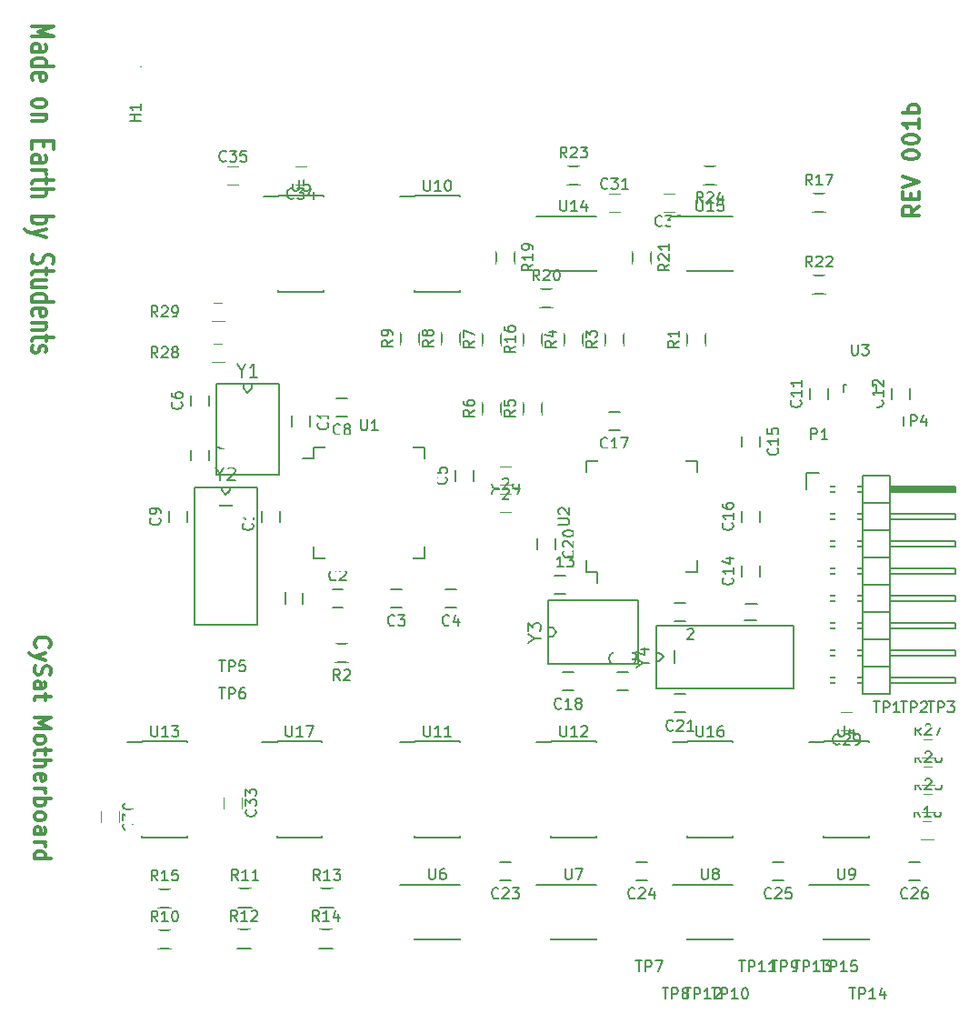
<source format=gto>
%TF.GenerationSoftware,KiCad,Pcbnew,4.0.7*%
%TF.CreationDate,2018-02-11T18:04:31-06:00*%
%TF.ProjectId,motherboard,6D6F74686572626F6172642E6B696361,rev?*%
%TF.FileFunction,Legend,Top*%
%FSLAX46Y46*%
G04 Gerber Fmt 4.6, Leading zero omitted, Abs format (unit mm)*
G04 Created by KiCad (PCBNEW 4.0.7) date Sun Feb 11 18:04:31 2018*
%MOMM*%
%LPD*%
G01*
G04 APERTURE LIST*
%ADD10C,0.100000*%
%ADD11C,0.300000*%
%ADD12C,0.150000*%
%ADD13C,0.120000*%
%ADD14R,1.900000X1.000000*%
%ADD15R,0.650000X1.400000*%
%ADD16R,1.400000X0.650000*%
%ADD17R,1.900000X1.700000*%
%ADD18R,1.650000X1.900000*%
%ADD19R,2.000000X1.200000*%
%ADD20R,1.950000X1.000000*%
%ADD21R,2.300000X1.700000*%
%ADD22R,1.900000X1.650000*%
%ADD23R,1.598880X2.998420*%
%ADD24R,1.598880X3.000960*%
%ADD25R,2.998420X1.598880*%
%ADD26R,3.000960X1.598880*%
%ADD27R,1.700000X1.900000*%
%ADD28R,1.200100X2.200860*%
%ADD29R,2.200000X2.200000*%
%ADD30R,1.700000X2.300000*%
%ADD31C,6.750000*%
%ADD32C,5.988000*%
%ADD33R,2.127200X2.127200*%
%ADD34O,2.127200X2.127200*%
%ADD35R,2.100000X2.100000*%
%ADD36O,2.100000X2.100000*%
G04 APERTURE END LIST*
D10*
D11*
X115034286Y-107411429D02*
X114962857Y-107340000D01*
X114891429Y-107125714D01*
X114891429Y-106982857D01*
X114962857Y-106768572D01*
X115105714Y-106625714D01*
X115248571Y-106554286D01*
X115534286Y-106482857D01*
X115748571Y-106482857D01*
X116034286Y-106554286D01*
X116177143Y-106625714D01*
X116320000Y-106768572D01*
X116391429Y-106982857D01*
X116391429Y-107125714D01*
X116320000Y-107340000D01*
X116248571Y-107411429D01*
X115891429Y-107911429D02*
X114891429Y-108268572D01*
X115891429Y-108625714D02*
X114891429Y-108268572D01*
X114534286Y-108125714D01*
X114462857Y-108054286D01*
X114391429Y-107911429D01*
X114962857Y-109125714D02*
X114891429Y-109340000D01*
X114891429Y-109697143D01*
X114962857Y-109840000D01*
X115034286Y-109911429D01*
X115177143Y-109982857D01*
X115320000Y-109982857D01*
X115462857Y-109911429D01*
X115534286Y-109840000D01*
X115605714Y-109697143D01*
X115677143Y-109411429D01*
X115748571Y-109268571D01*
X115820000Y-109197143D01*
X115962857Y-109125714D01*
X116105714Y-109125714D01*
X116248571Y-109197143D01*
X116320000Y-109268571D01*
X116391429Y-109411429D01*
X116391429Y-109768571D01*
X116320000Y-109982857D01*
X114891429Y-111268571D02*
X115677143Y-111268571D01*
X115820000Y-111197142D01*
X115891429Y-111054285D01*
X115891429Y-110768571D01*
X115820000Y-110625714D01*
X114962857Y-111268571D02*
X114891429Y-111125714D01*
X114891429Y-110768571D01*
X114962857Y-110625714D01*
X115105714Y-110554285D01*
X115248571Y-110554285D01*
X115391429Y-110625714D01*
X115462857Y-110768571D01*
X115462857Y-111125714D01*
X115534286Y-111268571D01*
X115891429Y-111768571D02*
X115891429Y-112340000D01*
X116391429Y-111982857D02*
X115105714Y-111982857D01*
X114962857Y-112054285D01*
X114891429Y-112197143D01*
X114891429Y-112340000D01*
X114891429Y-113982857D02*
X116391429Y-113982857D01*
X115320000Y-114482857D01*
X116391429Y-114982857D01*
X114891429Y-114982857D01*
X114891429Y-115911429D02*
X114962857Y-115768571D01*
X115034286Y-115697143D01*
X115177143Y-115625714D01*
X115605714Y-115625714D01*
X115748571Y-115697143D01*
X115820000Y-115768571D01*
X115891429Y-115911429D01*
X115891429Y-116125714D01*
X115820000Y-116268571D01*
X115748571Y-116340000D01*
X115605714Y-116411429D01*
X115177143Y-116411429D01*
X115034286Y-116340000D01*
X114962857Y-116268571D01*
X114891429Y-116125714D01*
X114891429Y-115911429D01*
X115891429Y-116840000D02*
X115891429Y-117411429D01*
X116391429Y-117054286D02*
X115105714Y-117054286D01*
X114962857Y-117125714D01*
X114891429Y-117268572D01*
X114891429Y-117411429D01*
X114891429Y-117911429D02*
X116391429Y-117911429D01*
X114891429Y-118554286D02*
X115677143Y-118554286D01*
X115820000Y-118482857D01*
X115891429Y-118340000D01*
X115891429Y-118125715D01*
X115820000Y-117982857D01*
X115748571Y-117911429D01*
X114962857Y-119840000D02*
X114891429Y-119697143D01*
X114891429Y-119411429D01*
X114962857Y-119268572D01*
X115105714Y-119197143D01*
X115677143Y-119197143D01*
X115820000Y-119268572D01*
X115891429Y-119411429D01*
X115891429Y-119697143D01*
X115820000Y-119840000D01*
X115677143Y-119911429D01*
X115534286Y-119911429D01*
X115391429Y-119197143D01*
X114891429Y-120554286D02*
X115891429Y-120554286D01*
X115605714Y-120554286D02*
X115748571Y-120625714D01*
X115820000Y-120697143D01*
X115891429Y-120840000D01*
X115891429Y-120982857D01*
X114891429Y-121482857D02*
X116391429Y-121482857D01*
X115820000Y-121482857D02*
X115891429Y-121625714D01*
X115891429Y-121911428D01*
X115820000Y-122054285D01*
X115748571Y-122125714D01*
X115605714Y-122197143D01*
X115177143Y-122197143D01*
X115034286Y-122125714D01*
X114962857Y-122054285D01*
X114891429Y-121911428D01*
X114891429Y-121625714D01*
X114962857Y-121482857D01*
X114891429Y-123054286D02*
X114962857Y-122911428D01*
X115034286Y-122840000D01*
X115177143Y-122768571D01*
X115605714Y-122768571D01*
X115748571Y-122840000D01*
X115820000Y-122911428D01*
X115891429Y-123054286D01*
X115891429Y-123268571D01*
X115820000Y-123411428D01*
X115748571Y-123482857D01*
X115605714Y-123554286D01*
X115177143Y-123554286D01*
X115034286Y-123482857D01*
X114962857Y-123411428D01*
X114891429Y-123268571D01*
X114891429Y-123054286D01*
X114891429Y-124840000D02*
X115677143Y-124840000D01*
X115820000Y-124768571D01*
X115891429Y-124625714D01*
X115891429Y-124340000D01*
X115820000Y-124197143D01*
X114962857Y-124840000D02*
X114891429Y-124697143D01*
X114891429Y-124340000D01*
X114962857Y-124197143D01*
X115105714Y-124125714D01*
X115248571Y-124125714D01*
X115391429Y-124197143D01*
X115462857Y-124340000D01*
X115462857Y-124697143D01*
X115534286Y-124840000D01*
X114891429Y-125554286D02*
X115891429Y-125554286D01*
X115605714Y-125554286D02*
X115748571Y-125625714D01*
X115820000Y-125697143D01*
X115891429Y-125840000D01*
X115891429Y-125982857D01*
X114891429Y-127125714D02*
X116391429Y-127125714D01*
X114962857Y-127125714D02*
X114891429Y-126982857D01*
X114891429Y-126697143D01*
X114962857Y-126554285D01*
X115034286Y-126482857D01*
X115177143Y-126411428D01*
X115605714Y-126411428D01*
X115748571Y-126482857D01*
X115820000Y-126554285D01*
X115891429Y-126697143D01*
X115891429Y-126982857D01*
X115820000Y-127125714D01*
X114665238Y-49591429D02*
X116665238Y-49591429D01*
X115236667Y-50091429D01*
X116665238Y-50591429D01*
X114665238Y-50591429D01*
X114665238Y-51948572D02*
X115712857Y-51948572D01*
X115903333Y-51877143D01*
X115998571Y-51734286D01*
X115998571Y-51448572D01*
X115903333Y-51305715D01*
X114760476Y-51948572D02*
X114665238Y-51805715D01*
X114665238Y-51448572D01*
X114760476Y-51305715D01*
X114950952Y-51234286D01*
X115141429Y-51234286D01*
X115331905Y-51305715D01*
X115427143Y-51448572D01*
X115427143Y-51805715D01*
X115522381Y-51948572D01*
X114665238Y-53305715D02*
X116665238Y-53305715D01*
X114760476Y-53305715D02*
X114665238Y-53162858D01*
X114665238Y-52877144D01*
X114760476Y-52734286D01*
X114855714Y-52662858D01*
X115046190Y-52591429D01*
X115617619Y-52591429D01*
X115808095Y-52662858D01*
X115903333Y-52734286D01*
X115998571Y-52877144D01*
X115998571Y-53162858D01*
X115903333Y-53305715D01*
X114760476Y-54591429D02*
X114665238Y-54448572D01*
X114665238Y-54162858D01*
X114760476Y-54020001D01*
X114950952Y-53948572D01*
X115712857Y-53948572D01*
X115903333Y-54020001D01*
X115998571Y-54162858D01*
X115998571Y-54448572D01*
X115903333Y-54591429D01*
X115712857Y-54662858D01*
X115522381Y-54662858D01*
X115331905Y-53948572D01*
X114665238Y-56662858D02*
X114760476Y-56520000D01*
X114855714Y-56448572D01*
X115046190Y-56377143D01*
X115617619Y-56377143D01*
X115808095Y-56448572D01*
X115903333Y-56520000D01*
X115998571Y-56662858D01*
X115998571Y-56877143D01*
X115903333Y-57020000D01*
X115808095Y-57091429D01*
X115617619Y-57162858D01*
X115046190Y-57162858D01*
X114855714Y-57091429D01*
X114760476Y-57020000D01*
X114665238Y-56877143D01*
X114665238Y-56662858D01*
X115998571Y-57805715D02*
X114665238Y-57805715D01*
X115808095Y-57805715D02*
X115903333Y-57877143D01*
X115998571Y-58020001D01*
X115998571Y-58234286D01*
X115903333Y-58377143D01*
X115712857Y-58448572D01*
X114665238Y-58448572D01*
X115712857Y-60305715D02*
X115712857Y-60805715D01*
X114665238Y-61020001D02*
X114665238Y-60305715D01*
X116665238Y-60305715D01*
X116665238Y-61020001D01*
X114665238Y-62305715D02*
X115712857Y-62305715D01*
X115903333Y-62234286D01*
X115998571Y-62091429D01*
X115998571Y-61805715D01*
X115903333Y-61662858D01*
X114760476Y-62305715D02*
X114665238Y-62162858D01*
X114665238Y-61805715D01*
X114760476Y-61662858D01*
X114950952Y-61591429D01*
X115141429Y-61591429D01*
X115331905Y-61662858D01*
X115427143Y-61805715D01*
X115427143Y-62162858D01*
X115522381Y-62305715D01*
X114665238Y-63020001D02*
X115998571Y-63020001D01*
X115617619Y-63020001D02*
X115808095Y-63091429D01*
X115903333Y-63162858D01*
X115998571Y-63305715D01*
X115998571Y-63448572D01*
X115998571Y-63734286D02*
X115998571Y-64305715D01*
X116665238Y-63948572D02*
X114950952Y-63948572D01*
X114760476Y-64020000D01*
X114665238Y-64162858D01*
X114665238Y-64305715D01*
X114665238Y-64805715D02*
X116665238Y-64805715D01*
X114665238Y-65448572D02*
X115712857Y-65448572D01*
X115903333Y-65377143D01*
X115998571Y-65234286D01*
X115998571Y-65020001D01*
X115903333Y-64877143D01*
X115808095Y-64805715D01*
X114665238Y-67305715D02*
X116665238Y-67305715D01*
X115903333Y-67305715D02*
X115998571Y-67448572D01*
X115998571Y-67734286D01*
X115903333Y-67877143D01*
X115808095Y-67948572D01*
X115617619Y-68020001D01*
X115046190Y-68020001D01*
X114855714Y-67948572D01*
X114760476Y-67877143D01*
X114665238Y-67734286D01*
X114665238Y-67448572D01*
X114760476Y-67305715D01*
X115998571Y-68520001D02*
X114665238Y-68877144D01*
X115998571Y-69234286D02*
X114665238Y-68877144D01*
X114189048Y-68734286D01*
X114093810Y-68662858D01*
X113998571Y-68520001D01*
X114760476Y-70877143D02*
X114665238Y-71091429D01*
X114665238Y-71448572D01*
X114760476Y-71591429D01*
X114855714Y-71662858D01*
X115046190Y-71734286D01*
X115236667Y-71734286D01*
X115427143Y-71662858D01*
X115522381Y-71591429D01*
X115617619Y-71448572D01*
X115712857Y-71162858D01*
X115808095Y-71020000D01*
X115903333Y-70948572D01*
X116093810Y-70877143D01*
X116284286Y-70877143D01*
X116474762Y-70948572D01*
X116570000Y-71020000D01*
X116665238Y-71162858D01*
X116665238Y-71520000D01*
X116570000Y-71734286D01*
X115998571Y-72162857D02*
X115998571Y-72734286D01*
X116665238Y-72377143D02*
X114950952Y-72377143D01*
X114760476Y-72448571D01*
X114665238Y-72591429D01*
X114665238Y-72734286D01*
X115998571Y-73877143D02*
X114665238Y-73877143D01*
X115998571Y-73234286D02*
X114950952Y-73234286D01*
X114760476Y-73305714D01*
X114665238Y-73448572D01*
X114665238Y-73662857D01*
X114760476Y-73805714D01*
X114855714Y-73877143D01*
X114665238Y-75234286D02*
X116665238Y-75234286D01*
X114760476Y-75234286D02*
X114665238Y-75091429D01*
X114665238Y-74805715D01*
X114760476Y-74662857D01*
X114855714Y-74591429D01*
X115046190Y-74520000D01*
X115617619Y-74520000D01*
X115808095Y-74591429D01*
X115903333Y-74662857D01*
X115998571Y-74805715D01*
X115998571Y-75091429D01*
X115903333Y-75234286D01*
X114760476Y-76520000D02*
X114665238Y-76377143D01*
X114665238Y-76091429D01*
X114760476Y-75948572D01*
X114950952Y-75877143D01*
X115712857Y-75877143D01*
X115903333Y-75948572D01*
X115998571Y-76091429D01*
X115998571Y-76377143D01*
X115903333Y-76520000D01*
X115712857Y-76591429D01*
X115522381Y-76591429D01*
X115331905Y-75877143D01*
X115998571Y-77234286D02*
X114665238Y-77234286D01*
X115808095Y-77234286D02*
X115903333Y-77305714D01*
X115998571Y-77448572D01*
X115998571Y-77662857D01*
X115903333Y-77805714D01*
X115712857Y-77877143D01*
X114665238Y-77877143D01*
X115998571Y-78377143D02*
X115998571Y-78948572D01*
X116665238Y-78591429D02*
X114950952Y-78591429D01*
X114760476Y-78662857D01*
X114665238Y-78805715D01*
X114665238Y-78948572D01*
X114760476Y-79377143D02*
X114665238Y-79520000D01*
X114665238Y-79805715D01*
X114760476Y-79948572D01*
X114950952Y-80020000D01*
X115046190Y-80020000D01*
X115236667Y-79948572D01*
X115331905Y-79805715D01*
X115331905Y-79591429D01*
X115427143Y-79448572D01*
X115617619Y-79377143D01*
X115712857Y-79377143D01*
X115903333Y-79448572D01*
X115998571Y-79591429D01*
X115998571Y-79805715D01*
X115903333Y-79948572D01*
X197274571Y-66352999D02*
X196560286Y-66852999D01*
X197274571Y-67210142D02*
X195774571Y-67210142D01*
X195774571Y-66638714D01*
X195846000Y-66495856D01*
X195917429Y-66424428D01*
X196060286Y-66352999D01*
X196274571Y-66352999D01*
X196417429Y-66424428D01*
X196488857Y-66495856D01*
X196560286Y-66638714D01*
X196560286Y-67210142D01*
X196488857Y-65710142D02*
X196488857Y-65210142D01*
X197274571Y-64995856D02*
X197274571Y-65710142D01*
X195774571Y-65710142D01*
X195774571Y-64995856D01*
X195774571Y-64567285D02*
X197274571Y-64067285D01*
X195774571Y-63567285D01*
X195774571Y-61638714D02*
X195774571Y-61495857D01*
X195846000Y-61353000D01*
X195917429Y-61281571D01*
X196060286Y-61210142D01*
X196346000Y-61138714D01*
X196703143Y-61138714D01*
X196988857Y-61210142D01*
X197131714Y-61281571D01*
X197203143Y-61353000D01*
X197274571Y-61495857D01*
X197274571Y-61638714D01*
X197203143Y-61781571D01*
X197131714Y-61853000D01*
X196988857Y-61924428D01*
X196703143Y-61995857D01*
X196346000Y-61995857D01*
X196060286Y-61924428D01*
X195917429Y-61853000D01*
X195846000Y-61781571D01*
X195774571Y-61638714D01*
X195774571Y-60210143D02*
X195774571Y-60067286D01*
X195846000Y-59924429D01*
X195917429Y-59853000D01*
X196060286Y-59781571D01*
X196346000Y-59710143D01*
X196703143Y-59710143D01*
X196988857Y-59781571D01*
X197131714Y-59853000D01*
X197203143Y-59924429D01*
X197274571Y-60067286D01*
X197274571Y-60210143D01*
X197203143Y-60353000D01*
X197131714Y-60424429D01*
X196988857Y-60495857D01*
X196703143Y-60567286D01*
X196346000Y-60567286D01*
X196060286Y-60495857D01*
X195917429Y-60424429D01*
X195846000Y-60353000D01*
X195774571Y-60210143D01*
X197274571Y-58281572D02*
X197274571Y-59138715D01*
X197274571Y-58710143D02*
X195774571Y-58710143D01*
X195988857Y-58853000D01*
X196131714Y-58995858D01*
X196203143Y-59138715D01*
X197274571Y-57638715D02*
X195774571Y-57638715D01*
X196346000Y-57638715D02*
X196274571Y-57495858D01*
X196274571Y-57210144D01*
X196346000Y-57067287D01*
X196417429Y-56995858D01*
X196560286Y-56924429D01*
X196988857Y-56924429D01*
X197131714Y-56995858D01*
X197203143Y-57067287D01*
X197274571Y-57210144D01*
X197274571Y-57495858D01*
X197203143Y-57638715D01*
D12*
X150325000Y-65400000D02*
X150325000Y-65425000D01*
X154475000Y-65400000D02*
X154475000Y-65515000D01*
X154475000Y-74300000D02*
X154475000Y-74185000D01*
X150325000Y-74300000D02*
X150325000Y-74185000D01*
X150325000Y-65400000D02*
X154475000Y-65400000D01*
X150325000Y-74300000D02*
X154475000Y-74300000D01*
X150325000Y-65425000D02*
X148950000Y-65425000D01*
X166275000Y-100425000D02*
X167275000Y-100425000D01*
X166275000Y-90075000D02*
X167350000Y-90075000D01*
X176625000Y-90075000D02*
X175550000Y-90075000D01*
X176625000Y-100425000D02*
X175550000Y-100425000D01*
X166275000Y-100425000D02*
X166275000Y-99350000D01*
X176625000Y-100425000D02*
X176625000Y-99350000D01*
X176625000Y-90075000D02*
X176625000Y-91150000D01*
X166275000Y-90075000D02*
X166275000Y-91150000D01*
X167275000Y-100425000D02*
X167275000Y-101450000D01*
X140875000Y-88805000D02*
X140875000Y-89805000D01*
X151225000Y-88805000D02*
X151225000Y-89880000D01*
X151225000Y-99155000D02*
X151225000Y-98080000D01*
X140875000Y-99155000D02*
X140875000Y-98080000D01*
X140875000Y-88805000D02*
X141950000Y-88805000D01*
X140875000Y-99155000D02*
X141950000Y-99155000D01*
X151225000Y-99155000D02*
X150150000Y-99155000D01*
X151225000Y-88805000D02*
X150150000Y-88805000D01*
X140875000Y-89805000D02*
X139850000Y-89805000D01*
X188560000Y-74535000D02*
X187360000Y-74535000D01*
X187360000Y-72785000D02*
X188560000Y-72785000D01*
X127420000Y-94750000D02*
X127420000Y-95750000D01*
X129120000Y-95750000D02*
X129120000Y-94750000D01*
X163025000Y-116200000D02*
X163025000Y-116225000D01*
X167175000Y-116200000D02*
X167175000Y-116315000D01*
X167175000Y-125100000D02*
X167175000Y-124985000D01*
X163025000Y-125100000D02*
X163025000Y-124985000D01*
X163025000Y-116200000D02*
X167175000Y-116200000D01*
X163025000Y-125100000D02*
X167175000Y-125100000D01*
X163025000Y-116225000D02*
X161650000Y-116225000D01*
X188425000Y-129505000D02*
X188425000Y-129555000D01*
X192575000Y-129505000D02*
X192575000Y-129650000D01*
X192575000Y-134655000D02*
X192575000Y-134510000D01*
X188425000Y-134655000D02*
X188425000Y-134510000D01*
X188425000Y-129505000D02*
X192575000Y-129505000D01*
X188425000Y-134655000D02*
X192575000Y-134655000D01*
X188425000Y-129555000D02*
X187025000Y-129555000D01*
X175725000Y-129505000D02*
X175725000Y-129555000D01*
X179875000Y-129505000D02*
X179875000Y-129650000D01*
X179875000Y-134655000D02*
X179875000Y-134510000D01*
X175725000Y-134655000D02*
X175725000Y-134510000D01*
X175725000Y-129505000D02*
X179875000Y-129505000D01*
X175725000Y-134655000D02*
X179875000Y-134655000D01*
X175725000Y-129555000D02*
X174325000Y-129555000D01*
X134347000Y-83322000D02*
X134347000Y-82922000D01*
X134747000Y-83722000D02*
X134347000Y-83322000D01*
X135147000Y-83322000D02*
X134747000Y-83722000D01*
X135147000Y-82922000D02*
X135147000Y-83322000D01*
X137697000Y-82922000D02*
X136647000Y-82922000D01*
X137697000Y-83922000D02*
X137697000Y-82922000D01*
X136697000Y-82922000D02*
X131797000Y-82922000D01*
X131797000Y-82922000D02*
X131797000Y-91322000D01*
X131797000Y-91322000D02*
X137697000Y-91322000D01*
X137697000Y-91322000D02*
X137697000Y-83922000D01*
X170950000Y-129120000D02*
X171950000Y-129120000D01*
X171950000Y-127420000D02*
X170950000Y-127420000D01*
X140550000Y-86860000D02*
X140550000Y-85860000D01*
X138850000Y-85860000D02*
X138850000Y-86860000D01*
X143629000Y-102020000D02*
X142629000Y-102020000D01*
X142629000Y-103720000D02*
X143629000Y-103720000D01*
X148090000Y-103720000D02*
X149090000Y-103720000D01*
X149090000Y-102020000D02*
X148090000Y-102020000D01*
X153170000Y-103720000D02*
X154170000Y-103720000D01*
X154170000Y-102020000D02*
X153170000Y-102020000D01*
X154090000Y-90940000D02*
X154090000Y-91940000D01*
X155790000Y-91940000D02*
X155790000Y-90940000D01*
X129452000Y-83955000D02*
X129452000Y-84955000D01*
X131152000Y-84955000D02*
X131152000Y-83955000D01*
X131152000Y-90035000D02*
X131152000Y-89035000D01*
X129452000Y-89035000D02*
X129452000Y-90035000D01*
X143010000Y-85940000D02*
X144010000Y-85940000D01*
X144010000Y-84240000D02*
X143010000Y-84240000D01*
X136056000Y-94750000D02*
X136056000Y-95750000D01*
X137756000Y-95750000D02*
X137756000Y-94750000D01*
X187110000Y-83300000D02*
X187110000Y-84300000D01*
X188810000Y-84300000D02*
X188810000Y-83300000D01*
X194730000Y-83300000D02*
X194730000Y-84300000D01*
X196430000Y-84300000D02*
X196430000Y-83300000D01*
X164330000Y-100750000D02*
X163330000Y-100750000D01*
X163330000Y-102450000D02*
X164330000Y-102450000D01*
X180760000Y-99830000D02*
X180760000Y-100830000D01*
X182460000Y-100830000D02*
X182460000Y-99830000D01*
X182460000Y-88765000D02*
X182460000Y-87765000D01*
X180760000Y-87765000D02*
X180760000Y-88765000D01*
X180760000Y-94730000D02*
X180760000Y-95730000D01*
X182460000Y-95730000D02*
X182460000Y-94730000D01*
X168390000Y-87210000D02*
X169390000Y-87210000D01*
X169390000Y-85510000D02*
X168390000Y-85510000D01*
X164092000Y-111467000D02*
X165092000Y-111467000D01*
X165092000Y-109767000D02*
X164092000Y-109767000D01*
X170172000Y-109767000D02*
X169172000Y-109767000D01*
X169172000Y-111467000D02*
X170172000Y-111467000D01*
X163410000Y-98310000D02*
X163410000Y-97310000D01*
X161710000Y-97310000D02*
X161710000Y-98310000D01*
X174506000Y-113499000D02*
X175506000Y-113499000D01*
X175506000Y-111799000D02*
X174506000Y-111799000D01*
X174506000Y-104990000D02*
X175506000Y-104990000D01*
X175506000Y-103290000D02*
X174506000Y-103290000D01*
X158250000Y-129120000D02*
X159250000Y-129120000D01*
X159250000Y-127420000D02*
X158250000Y-127420000D01*
X183650000Y-129120000D02*
X184650000Y-129120000D01*
X184650000Y-127420000D02*
X183650000Y-127420000D01*
X196350000Y-129120000D02*
X197350000Y-129120000D01*
X197350000Y-127420000D02*
X196350000Y-127420000D01*
X138264900Y-102318820D02*
X138264900Y-103370380D01*
X139865100Y-103421180D02*
X139865100Y-102369620D01*
X181058820Y-104940100D02*
X182110380Y-104940100D01*
X182161180Y-103339900D02*
X181109620Y-103339900D01*
X177405000Y-78140000D02*
X177405000Y-79340000D01*
X175655000Y-79340000D02*
X175655000Y-78140000D01*
X142910000Y-107075000D02*
X144110000Y-107075000D01*
X144110000Y-108825000D02*
X142910000Y-108825000D01*
X169785000Y-78140000D02*
X169785000Y-79340000D01*
X168035000Y-79340000D02*
X168035000Y-78140000D01*
X165975000Y-78140000D02*
X165975000Y-79340000D01*
X164225000Y-79340000D02*
X164225000Y-78140000D01*
X162165000Y-84570000D02*
X162165000Y-85770000D01*
X160415000Y-85770000D02*
X160415000Y-84570000D01*
X158355000Y-84570000D02*
X158355000Y-85770000D01*
X156605000Y-85770000D02*
X156605000Y-84570000D01*
X158355000Y-78140000D02*
X158355000Y-79340000D01*
X156605000Y-79340000D02*
X156605000Y-78140000D01*
X154545000Y-78060000D02*
X154545000Y-79260000D01*
X152795000Y-79260000D02*
X152795000Y-78060000D01*
X150735000Y-78060000D02*
X150735000Y-79260000D01*
X148985000Y-79260000D02*
X148985000Y-78060000D01*
X127600000Y-135495000D02*
X126400000Y-135495000D01*
X126400000Y-133745000D02*
X127600000Y-133745000D01*
X135087137Y-131633947D02*
X133887137Y-131633947D01*
X133887137Y-129883947D02*
X135087137Y-129883947D01*
X135007137Y-135443947D02*
X133807137Y-135443947D01*
X133807137Y-133693947D02*
X135007137Y-133693947D01*
X142707137Y-131633947D02*
X141507137Y-131633947D01*
X141507137Y-129883947D02*
X142707137Y-129883947D01*
X142627137Y-135443947D02*
X141427137Y-135443947D01*
X141427137Y-133693947D02*
X142627137Y-133693947D01*
X127600000Y-131685000D02*
X126400000Y-131685000D01*
X126400000Y-129935000D02*
X127600000Y-129935000D01*
X162165000Y-78140000D02*
X162165000Y-79340000D01*
X160415000Y-79340000D02*
X160415000Y-78140000D01*
X188560000Y-66915000D02*
X187360000Y-66915000D01*
X187360000Y-65165000D02*
X188560000Y-65165000D01*
X157875000Y-71720000D02*
X157875000Y-70520000D01*
X159625000Y-70520000D02*
X159625000Y-71720000D01*
X163160000Y-75805000D02*
X161960000Y-75805000D01*
X161960000Y-74055000D02*
X163160000Y-74055000D01*
X170575000Y-71720000D02*
X170575000Y-70520000D01*
X172325000Y-70520000D02*
X172325000Y-71720000D01*
X165700000Y-64375000D02*
X164500000Y-64375000D01*
X164500000Y-62625000D02*
X165700000Y-62625000D01*
X177200000Y-62625000D02*
X178400000Y-62625000D01*
X178400000Y-64375000D02*
X177200000Y-64375000D01*
X190270180Y-83639660D02*
X190270180Y-82938620D01*
X190270180Y-82938620D02*
X190519100Y-82938620D01*
X193069160Y-82938620D02*
X193269820Y-82938620D01*
X193269820Y-82938620D02*
X193269820Y-83639660D01*
X188425000Y-116200000D02*
X188425000Y-116225000D01*
X192575000Y-116200000D02*
X192575000Y-116315000D01*
X192575000Y-125100000D02*
X192575000Y-124985000D01*
X188425000Y-125100000D02*
X188425000Y-124985000D01*
X188425000Y-116200000D02*
X192575000Y-116200000D01*
X188425000Y-125100000D02*
X192575000Y-125100000D01*
X188425000Y-116225000D02*
X187050000Y-116225000D01*
X137625000Y-65400000D02*
X137625000Y-65425000D01*
X141775000Y-65400000D02*
X141775000Y-65515000D01*
X141775000Y-74300000D02*
X141775000Y-74185000D01*
X137625000Y-74300000D02*
X137625000Y-74185000D01*
X137625000Y-65400000D02*
X141775000Y-65400000D01*
X137625000Y-74300000D02*
X141775000Y-74300000D01*
X137625000Y-65425000D02*
X136250000Y-65425000D01*
X150325000Y-129505000D02*
X150325000Y-129555000D01*
X154475000Y-129505000D02*
X154475000Y-129650000D01*
X154475000Y-134655000D02*
X154475000Y-134510000D01*
X150325000Y-134655000D02*
X150325000Y-134510000D01*
X150325000Y-129505000D02*
X154475000Y-129505000D01*
X150325000Y-134655000D02*
X154475000Y-134655000D01*
X150325000Y-129555000D02*
X148925000Y-129555000D01*
X163025000Y-129505000D02*
X163025000Y-129555000D01*
X167175000Y-129505000D02*
X167175000Y-129650000D01*
X167175000Y-134655000D02*
X167175000Y-134510000D01*
X163025000Y-134655000D02*
X163025000Y-134510000D01*
X163025000Y-129505000D02*
X167175000Y-129505000D01*
X163025000Y-134655000D02*
X167175000Y-134655000D01*
X163025000Y-129555000D02*
X161625000Y-129555000D01*
X150325000Y-116200000D02*
X150325000Y-116225000D01*
X154475000Y-116200000D02*
X154475000Y-116315000D01*
X154475000Y-125100000D02*
X154475000Y-124985000D01*
X150325000Y-125100000D02*
X150325000Y-124985000D01*
X150325000Y-116200000D02*
X154475000Y-116200000D01*
X150325000Y-125100000D02*
X154475000Y-125100000D01*
X150325000Y-116225000D02*
X148950000Y-116225000D01*
X124925000Y-116200000D02*
X124925000Y-116225000D01*
X129075000Y-116200000D02*
X129075000Y-116315000D01*
X129075000Y-125100000D02*
X129075000Y-124985000D01*
X124925000Y-125100000D02*
X124925000Y-124985000D01*
X124925000Y-116200000D02*
X129075000Y-116200000D01*
X124925000Y-125100000D02*
X129075000Y-125100000D01*
X124925000Y-116225000D02*
X123550000Y-116225000D01*
X163025000Y-67275000D02*
X163025000Y-67325000D01*
X167175000Y-67275000D02*
X167175000Y-67420000D01*
X167175000Y-72425000D02*
X167175000Y-72280000D01*
X163025000Y-72425000D02*
X163025000Y-72280000D01*
X163025000Y-67275000D02*
X167175000Y-67275000D01*
X163025000Y-72425000D02*
X167175000Y-72425000D01*
X163025000Y-67325000D02*
X161625000Y-67325000D01*
X175725000Y-67275000D02*
X175725000Y-67325000D01*
X179875000Y-67275000D02*
X179875000Y-67420000D01*
X179875000Y-72425000D02*
X179875000Y-72280000D01*
X175725000Y-72425000D02*
X175725000Y-72280000D01*
X175725000Y-67275000D02*
X179875000Y-67275000D01*
X175725000Y-72425000D02*
X179875000Y-72425000D01*
X175725000Y-67325000D02*
X174325000Y-67325000D01*
X175725000Y-116200000D02*
X175725000Y-116225000D01*
X179875000Y-116200000D02*
X179875000Y-116315000D01*
X179875000Y-125100000D02*
X179875000Y-124985000D01*
X175725000Y-125100000D02*
X175725000Y-124985000D01*
X175725000Y-116200000D02*
X179875000Y-116200000D01*
X175725000Y-125100000D02*
X179875000Y-125100000D01*
X175725000Y-116225000D02*
X174350000Y-116225000D01*
X137465000Y-116200000D02*
X137465000Y-116225000D01*
X141615000Y-116200000D02*
X141615000Y-116315000D01*
X141615000Y-125100000D02*
X141615000Y-124985000D01*
X137465000Y-125100000D02*
X137465000Y-124985000D01*
X137465000Y-116200000D02*
X141615000Y-116200000D01*
X137465000Y-125100000D02*
X141615000Y-125100000D01*
X137465000Y-116225000D02*
X136090000Y-116225000D01*
X132015000Y-94233000D02*
X133415000Y-94233000D01*
X132715000Y-93233000D02*
X133115000Y-92833000D01*
X133015000Y-92933000D02*
X132715000Y-93233000D01*
X132315000Y-92833000D02*
X132715000Y-93233000D01*
X132315000Y-92833000D02*
X132315000Y-92533000D01*
X133115000Y-92533000D02*
X133115000Y-92833000D01*
X135615000Y-92533000D02*
X135615000Y-93633000D01*
X134615000Y-92533000D02*
X135615000Y-92533000D01*
X134615000Y-92533000D02*
X129815000Y-92533000D01*
X129815000Y-92533000D02*
X129815000Y-105333000D01*
X129815000Y-105333000D02*
X135615000Y-105333000D01*
X135615000Y-105333000D02*
X135615000Y-93533000D01*
X163122000Y-106417000D02*
X162722000Y-106417000D01*
X163522000Y-106017000D02*
X163122000Y-106417000D01*
X163122000Y-105617000D02*
X163522000Y-106017000D01*
X162722000Y-105617000D02*
X163122000Y-105617000D01*
X162722000Y-103067000D02*
X162722000Y-104117000D01*
X163722000Y-103067000D02*
X162722000Y-103067000D01*
X162722000Y-104067000D02*
X162722000Y-108967000D01*
X162722000Y-108967000D02*
X171122000Y-108967000D01*
X171122000Y-108967000D02*
X171122000Y-103067000D01*
X171122000Y-103067000D02*
X163722000Y-103067000D01*
X174497000Y-109031000D02*
X174497000Y-107631000D01*
X173497000Y-108331000D02*
X173097000Y-107931000D01*
X173197000Y-108031000D02*
X173497000Y-108331000D01*
X173097000Y-108731000D02*
X173497000Y-108331000D01*
X173097000Y-108731000D02*
X172797000Y-108731000D01*
X172797000Y-107931000D02*
X173097000Y-107931000D01*
X172797000Y-105431000D02*
X173897000Y-105431000D01*
X172797000Y-106431000D02*
X172797000Y-105431000D01*
X172797000Y-106431000D02*
X172797000Y-111231000D01*
X172797000Y-111231000D02*
X185597000Y-111231000D01*
X185597000Y-111231000D02*
X185597000Y-105431000D01*
X185597000Y-105431000D02*
X173797000Y-105431000D01*
X189484000Y-110744000D02*
X188976000Y-110744000D01*
X189484000Y-110236000D02*
X188976000Y-110236000D01*
X189484000Y-105156000D02*
X188976000Y-105156000D01*
X189484000Y-105664000D02*
X188976000Y-105664000D01*
X189484000Y-107696000D02*
X188976000Y-107696000D01*
X189484000Y-108204000D02*
X188976000Y-108204000D01*
X189484000Y-103124000D02*
X188976000Y-103124000D01*
X189484000Y-102616000D02*
X188976000Y-102616000D01*
X189484000Y-100584000D02*
X188976000Y-100584000D01*
X189484000Y-100076000D02*
X188976000Y-100076000D01*
X189484000Y-92456000D02*
X188976000Y-92456000D01*
X189484000Y-92964000D02*
X188976000Y-92964000D01*
X189484000Y-98044000D02*
X188976000Y-98044000D01*
X189484000Y-97536000D02*
X188976000Y-97536000D01*
X189484000Y-95504000D02*
X188976000Y-95504000D01*
X189484000Y-94996000D02*
X188976000Y-94996000D01*
X192024000Y-107696000D02*
X191516000Y-107696000D01*
X192024000Y-108204000D02*
X191516000Y-108204000D01*
X192024000Y-110236000D02*
X191516000Y-110236000D01*
X192024000Y-110744000D02*
X191516000Y-110744000D01*
X192024000Y-105664000D02*
X191516000Y-105664000D01*
X192024000Y-105156000D02*
X191516000Y-105156000D01*
X192024000Y-103124000D02*
X191516000Y-103124000D01*
X192024000Y-102616000D02*
X191516000Y-102616000D01*
X192024000Y-92456000D02*
X191516000Y-92456000D01*
X192024000Y-92964000D02*
X191516000Y-92964000D01*
X192024000Y-94996000D02*
X191516000Y-94996000D01*
X192024000Y-95504000D02*
X191516000Y-95504000D01*
X192024000Y-100584000D02*
X191516000Y-100584000D01*
X192024000Y-100076000D02*
X191516000Y-100076000D01*
X192024000Y-98044000D02*
X191516000Y-98044000D01*
X192024000Y-97536000D02*
X191516000Y-97536000D01*
X187960000Y-91160000D02*
X186810000Y-91160000D01*
X186810000Y-91160000D02*
X186810000Y-92710000D01*
X194564000Y-92583000D02*
X200533000Y-92583000D01*
X200533000Y-92583000D02*
X200533000Y-92837000D01*
X200533000Y-92837000D02*
X194691000Y-92837000D01*
X194691000Y-92837000D02*
X194691000Y-92710000D01*
X194691000Y-92710000D02*
X200533000Y-92710000D01*
X192024000Y-101600000D02*
X194564000Y-101600000D01*
X192024000Y-101600000D02*
X192024000Y-104140000D01*
X192024000Y-104140000D02*
X194564000Y-104140000D01*
X194564000Y-102616000D02*
X200660000Y-102616000D01*
X200660000Y-102616000D02*
X200660000Y-103124000D01*
X200660000Y-103124000D02*
X194564000Y-103124000D01*
X194564000Y-104140000D02*
X194564000Y-101600000D01*
X194564000Y-106680000D02*
X194564000Y-104140000D01*
X200660000Y-105664000D02*
X194564000Y-105664000D01*
X200660000Y-105156000D02*
X200660000Y-105664000D01*
X194564000Y-105156000D02*
X200660000Y-105156000D01*
X192024000Y-106680000D02*
X194564000Y-106680000D01*
X192024000Y-104140000D02*
X192024000Y-106680000D01*
X192024000Y-104140000D02*
X194564000Y-104140000D01*
X192024000Y-109220000D02*
X194564000Y-109220000D01*
X192024000Y-109220000D02*
X192024000Y-111760000D01*
X192024000Y-111760000D02*
X194564000Y-111760000D01*
X194564000Y-110236000D02*
X200660000Y-110236000D01*
X200660000Y-110236000D02*
X200660000Y-110744000D01*
X200660000Y-110744000D02*
X194564000Y-110744000D01*
X194564000Y-111760000D02*
X194564000Y-109220000D01*
X194564000Y-109220000D02*
X194564000Y-106680000D01*
X200660000Y-108204000D02*
X194564000Y-108204000D01*
X200660000Y-107696000D02*
X200660000Y-108204000D01*
X194564000Y-107696000D02*
X200660000Y-107696000D01*
X192024000Y-109220000D02*
X194564000Y-109220000D01*
X192024000Y-106680000D02*
X192024000Y-109220000D01*
X192024000Y-106680000D02*
X194564000Y-106680000D01*
X192024000Y-96520000D02*
X194564000Y-96520000D01*
X192024000Y-96520000D02*
X192024000Y-99060000D01*
X192024000Y-99060000D02*
X194564000Y-99060000D01*
X194564000Y-97536000D02*
X200660000Y-97536000D01*
X200660000Y-97536000D02*
X200660000Y-98044000D01*
X200660000Y-98044000D02*
X194564000Y-98044000D01*
X194564000Y-99060000D02*
X194564000Y-96520000D01*
X194564000Y-101600000D02*
X194564000Y-99060000D01*
X200660000Y-100584000D02*
X194564000Y-100584000D01*
X200660000Y-100076000D02*
X200660000Y-100584000D01*
X194564000Y-100076000D02*
X200660000Y-100076000D01*
X192024000Y-101600000D02*
X194564000Y-101600000D01*
X192024000Y-99060000D02*
X192024000Y-101600000D01*
X192024000Y-99060000D02*
X194564000Y-99060000D01*
X192024000Y-93980000D02*
X194564000Y-93980000D01*
X192024000Y-93980000D02*
X192024000Y-96520000D01*
X192024000Y-96520000D02*
X194564000Y-96520000D01*
X194564000Y-94996000D02*
X200660000Y-94996000D01*
X200660000Y-94996000D02*
X200660000Y-95504000D01*
X200660000Y-95504000D02*
X194564000Y-95504000D01*
X194564000Y-96520000D02*
X194564000Y-93980000D01*
X194564000Y-93980000D02*
X194564000Y-91440000D01*
X200660000Y-92964000D02*
X194564000Y-92964000D01*
X200660000Y-92456000D02*
X200660000Y-92964000D01*
X194564000Y-92456000D02*
X200660000Y-92456000D01*
X192024000Y-93980000D02*
X194564000Y-93980000D01*
X192024000Y-91440000D02*
X192024000Y-93980000D01*
X192024000Y-91440000D02*
X194564000Y-91440000D01*
D13*
X158270000Y-92290000D02*
X159270000Y-92290000D01*
X159270000Y-90590000D02*
X158270000Y-90590000D01*
X159270000Y-93130000D02*
X158270000Y-93130000D01*
X158270000Y-94830000D02*
X159270000Y-94830000D01*
X190020000Y-115150000D02*
X191020000Y-115150000D01*
X191020000Y-113450000D02*
X190020000Y-113450000D01*
X122770000Y-123710000D02*
X122770000Y-122710000D01*
X121070000Y-122710000D02*
X121070000Y-123710000D01*
X169410000Y-65190000D02*
X168410000Y-65190000D01*
X168410000Y-66890000D02*
X169410000Y-66890000D01*
X173470000Y-66890000D02*
X174470000Y-66890000D01*
X174470000Y-65190000D02*
X173470000Y-65190000D01*
X134200000Y-122400000D02*
X134200000Y-121400000D01*
X132500000Y-121400000D02*
X132500000Y-122400000D01*
X198640000Y-125340000D02*
X197440000Y-125340000D01*
X197440000Y-123580000D02*
X198640000Y-123580000D01*
X198720000Y-122800000D02*
X197520000Y-122800000D01*
X197520000Y-121040000D02*
X198720000Y-121040000D01*
X198720000Y-120260000D02*
X197520000Y-120260000D01*
X197520000Y-118500000D02*
X198720000Y-118500000D01*
X198720000Y-117720000D02*
X197520000Y-117720000D01*
X197520000Y-115960000D02*
X198720000Y-115960000D01*
X132600000Y-80890000D02*
X131400000Y-80890000D01*
X131400000Y-79130000D02*
X132600000Y-79130000D01*
X132600000Y-77080000D02*
X131400000Y-77080000D01*
X131400000Y-75320000D02*
X132600000Y-75320000D01*
X139180000Y-64350000D02*
X140180000Y-64350000D01*
X140180000Y-62650000D02*
X139180000Y-62650000D01*
X133870000Y-62650000D02*
X132870000Y-62650000D01*
X132870000Y-64350000D02*
X133870000Y-64350000D01*
D12*
X151161905Y-63927381D02*
X151161905Y-64736905D01*
X151209524Y-64832143D01*
X151257143Y-64879762D01*
X151352381Y-64927381D01*
X151542858Y-64927381D01*
X151638096Y-64879762D01*
X151685715Y-64832143D01*
X151733334Y-64736905D01*
X151733334Y-63927381D01*
X152733334Y-64927381D02*
X152161905Y-64927381D01*
X152447619Y-64927381D02*
X152447619Y-63927381D01*
X152352381Y-64070238D01*
X152257143Y-64165476D01*
X152161905Y-64213095D01*
X153352381Y-63927381D02*
X153447620Y-63927381D01*
X153542858Y-63975000D01*
X153590477Y-64022619D01*
X153638096Y-64117857D01*
X153685715Y-64308333D01*
X153685715Y-64546429D01*
X153638096Y-64736905D01*
X153590477Y-64832143D01*
X153542858Y-64879762D01*
X153447620Y-64927381D01*
X153352381Y-64927381D01*
X153257143Y-64879762D01*
X153209524Y-64832143D01*
X153161905Y-64736905D01*
X153114286Y-64546429D01*
X153114286Y-64308333D01*
X153161905Y-64117857D01*
X153209524Y-64022619D01*
X153257143Y-63975000D01*
X153352381Y-63927381D01*
X163702381Y-96011905D02*
X164511905Y-96011905D01*
X164607143Y-95964286D01*
X164654762Y-95916667D01*
X164702381Y-95821429D01*
X164702381Y-95630952D01*
X164654762Y-95535714D01*
X164607143Y-95488095D01*
X164511905Y-95440476D01*
X163702381Y-95440476D01*
X163797619Y-95011905D02*
X163750000Y-94964286D01*
X163702381Y-94869048D01*
X163702381Y-94630952D01*
X163750000Y-94535714D01*
X163797619Y-94488095D01*
X163892857Y-94440476D01*
X163988095Y-94440476D01*
X164130952Y-94488095D01*
X164702381Y-95059524D01*
X164702381Y-94440476D01*
X145288095Y-86232381D02*
X145288095Y-87041905D01*
X145335714Y-87137143D01*
X145383333Y-87184762D01*
X145478571Y-87232381D01*
X145669048Y-87232381D01*
X145764286Y-87184762D01*
X145811905Y-87137143D01*
X145859524Y-87041905D01*
X145859524Y-86232381D01*
X146859524Y-87232381D02*
X146288095Y-87232381D01*
X146573809Y-87232381D02*
X146573809Y-86232381D01*
X146478571Y-86375238D01*
X146383333Y-86470476D01*
X146288095Y-86518095D01*
X187317143Y-72012381D02*
X186983809Y-71536190D01*
X186745714Y-72012381D02*
X186745714Y-71012381D01*
X187126667Y-71012381D01*
X187221905Y-71060000D01*
X187269524Y-71107619D01*
X187317143Y-71202857D01*
X187317143Y-71345714D01*
X187269524Y-71440952D01*
X187221905Y-71488571D01*
X187126667Y-71536190D01*
X186745714Y-71536190D01*
X187698095Y-71107619D02*
X187745714Y-71060000D01*
X187840952Y-71012381D01*
X188079048Y-71012381D01*
X188174286Y-71060000D01*
X188221905Y-71107619D01*
X188269524Y-71202857D01*
X188269524Y-71298095D01*
X188221905Y-71440952D01*
X187650476Y-72012381D01*
X188269524Y-72012381D01*
X188650476Y-71107619D02*
X188698095Y-71060000D01*
X188793333Y-71012381D01*
X189031429Y-71012381D01*
X189126667Y-71060000D01*
X189174286Y-71107619D01*
X189221905Y-71202857D01*
X189221905Y-71298095D01*
X189174286Y-71440952D01*
X188602857Y-72012381D01*
X189221905Y-72012381D01*
X126527143Y-95416666D02*
X126574762Y-95464285D01*
X126622381Y-95607142D01*
X126622381Y-95702380D01*
X126574762Y-95845238D01*
X126479524Y-95940476D01*
X126384286Y-95988095D01*
X126193810Y-96035714D01*
X126050952Y-96035714D01*
X125860476Y-95988095D01*
X125765238Y-95940476D01*
X125670000Y-95845238D01*
X125622381Y-95702380D01*
X125622381Y-95607142D01*
X125670000Y-95464285D01*
X125717619Y-95416666D01*
X126622381Y-94940476D02*
X126622381Y-94750000D01*
X126574762Y-94654761D01*
X126527143Y-94607142D01*
X126384286Y-94511904D01*
X126193810Y-94464285D01*
X125812857Y-94464285D01*
X125717619Y-94511904D01*
X125670000Y-94559523D01*
X125622381Y-94654761D01*
X125622381Y-94845238D01*
X125670000Y-94940476D01*
X125717619Y-94988095D01*
X125812857Y-95035714D01*
X126050952Y-95035714D01*
X126146190Y-94988095D01*
X126193810Y-94940476D01*
X126241429Y-94845238D01*
X126241429Y-94654761D01*
X126193810Y-94559523D01*
X126146190Y-94511904D01*
X126050952Y-94464285D01*
X163861905Y-114727381D02*
X163861905Y-115536905D01*
X163909524Y-115632143D01*
X163957143Y-115679762D01*
X164052381Y-115727381D01*
X164242858Y-115727381D01*
X164338096Y-115679762D01*
X164385715Y-115632143D01*
X164433334Y-115536905D01*
X164433334Y-114727381D01*
X165433334Y-115727381D02*
X164861905Y-115727381D01*
X165147619Y-115727381D02*
X165147619Y-114727381D01*
X165052381Y-114870238D01*
X164957143Y-114965476D01*
X164861905Y-115013095D01*
X165814286Y-114822619D02*
X165861905Y-114775000D01*
X165957143Y-114727381D01*
X166195239Y-114727381D01*
X166290477Y-114775000D01*
X166338096Y-114822619D01*
X166385715Y-114917857D01*
X166385715Y-115013095D01*
X166338096Y-115155952D01*
X165766667Y-115727381D01*
X166385715Y-115727381D01*
X188126905Y-136612381D02*
X188698334Y-136612381D01*
X188412619Y-137612381D02*
X188412619Y-136612381D01*
X189031667Y-137612381D02*
X189031667Y-136612381D01*
X189412620Y-136612381D01*
X189507858Y-136660000D01*
X189555477Y-136707619D01*
X189603096Y-136802857D01*
X189603096Y-136945714D01*
X189555477Y-137040952D01*
X189507858Y-137088571D01*
X189412620Y-137136190D01*
X189031667Y-137136190D01*
X190555477Y-137612381D02*
X189984048Y-137612381D01*
X190269762Y-137612381D02*
X190269762Y-136612381D01*
X190174524Y-136755238D01*
X190079286Y-136850476D01*
X189984048Y-136898095D01*
X191460239Y-136612381D02*
X190984048Y-136612381D01*
X190936429Y-137088571D01*
X190984048Y-137040952D01*
X191079286Y-136993333D01*
X191317382Y-136993333D01*
X191412620Y-137040952D01*
X191460239Y-137088571D01*
X191507858Y-137183810D01*
X191507858Y-137421905D01*
X191460239Y-137517143D01*
X191412620Y-137564762D01*
X191317382Y-137612381D01*
X191079286Y-137612381D01*
X190984048Y-137564762D01*
X190936429Y-137517143D01*
X189738095Y-128032381D02*
X189738095Y-128841905D01*
X189785714Y-128937143D01*
X189833333Y-128984762D01*
X189928571Y-129032381D01*
X190119048Y-129032381D01*
X190214286Y-128984762D01*
X190261905Y-128937143D01*
X190309524Y-128841905D01*
X190309524Y-128032381D01*
X190833333Y-129032381D02*
X191023809Y-129032381D01*
X191119048Y-128984762D01*
X191166667Y-128937143D01*
X191261905Y-128794286D01*
X191309524Y-128603810D01*
X191309524Y-128222857D01*
X191261905Y-128127619D01*
X191214286Y-128080000D01*
X191119048Y-128032381D01*
X190928571Y-128032381D01*
X190833333Y-128080000D01*
X190785714Y-128127619D01*
X190738095Y-128222857D01*
X190738095Y-128460952D01*
X190785714Y-128556190D01*
X190833333Y-128603810D01*
X190928571Y-128651429D01*
X191119048Y-128651429D01*
X191214286Y-128603810D01*
X191261905Y-128556190D01*
X191309524Y-128460952D01*
X177038095Y-128032381D02*
X177038095Y-128841905D01*
X177085714Y-128937143D01*
X177133333Y-128984762D01*
X177228571Y-129032381D01*
X177419048Y-129032381D01*
X177514286Y-128984762D01*
X177561905Y-128937143D01*
X177609524Y-128841905D01*
X177609524Y-128032381D01*
X178228571Y-128460952D02*
X178133333Y-128413333D01*
X178085714Y-128365714D01*
X178038095Y-128270476D01*
X178038095Y-128222857D01*
X178085714Y-128127619D01*
X178133333Y-128080000D01*
X178228571Y-128032381D01*
X178419048Y-128032381D01*
X178514286Y-128080000D01*
X178561905Y-128127619D01*
X178609524Y-128222857D01*
X178609524Y-128270476D01*
X178561905Y-128365714D01*
X178514286Y-128413333D01*
X178419048Y-128460952D01*
X178228571Y-128460952D01*
X178133333Y-128508571D01*
X178085714Y-128556190D01*
X178038095Y-128651429D01*
X178038095Y-128841905D01*
X178085714Y-128937143D01*
X178133333Y-128984762D01*
X178228571Y-129032381D01*
X178419048Y-129032381D01*
X178514286Y-128984762D01*
X178561905Y-128937143D01*
X178609524Y-128841905D01*
X178609524Y-128651429D01*
X178561905Y-128556190D01*
X178514286Y-128508571D01*
X178419048Y-128460952D01*
X134175572Y-81693429D02*
X134175572Y-82264857D01*
X133775572Y-81064857D02*
X134175572Y-81693429D01*
X134575572Y-81064857D01*
X135604143Y-82264857D02*
X134918428Y-82264857D01*
X135261286Y-82264857D02*
X135261286Y-81064857D01*
X135147000Y-81236286D01*
X135032714Y-81350571D01*
X134918428Y-81407714D01*
X170807143Y-130727143D02*
X170759524Y-130774762D01*
X170616667Y-130822381D01*
X170521429Y-130822381D01*
X170378571Y-130774762D01*
X170283333Y-130679524D01*
X170235714Y-130584286D01*
X170188095Y-130393810D01*
X170188095Y-130250952D01*
X170235714Y-130060476D01*
X170283333Y-129965238D01*
X170378571Y-129870000D01*
X170521429Y-129822381D01*
X170616667Y-129822381D01*
X170759524Y-129870000D01*
X170807143Y-129917619D01*
X171188095Y-129917619D02*
X171235714Y-129870000D01*
X171330952Y-129822381D01*
X171569048Y-129822381D01*
X171664286Y-129870000D01*
X171711905Y-129917619D01*
X171759524Y-130012857D01*
X171759524Y-130108095D01*
X171711905Y-130250952D01*
X171140476Y-130822381D01*
X171759524Y-130822381D01*
X172616667Y-130155714D02*
X172616667Y-130822381D01*
X172378571Y-129774762D02*
X172140476Y-130489048D01*
X172759524Y-130489048D01*
X142157143Y-86526666D02*
X142204762Y-86574285D01*
X142252381Y-86717142D01*
X142252381Y-86812380D01*
X142204762Y-86955238D01*
X142109524Y-87050476D01*
X142014286Y-87098095D01*
X141823810Y-87145714D01*
X141680952Y-87145714D01*
X141490476Y-87098095D01*
X141395238Y-87050476D01*
X141300000Y-86955238D01*
X141252381Y-86812380D01*
X141252381Y-86717142D01*
X141300000Y-86574285D01*
X141347619Y-86526666D01*
X142252381Y-85574285D02*
X142252381Y-86145714D01*
X142252381Y-85860000D02*
X141252381Y-85860000D01*
X141395238Y-85955238D01*
X141490476Y-86050476D01*
X141538095Y-86145714D01*
X142962334Y-101127143D02*
X142914715Y-101174762D01*
X142771858Y-101222381D01*
X142676620Y-101222381D01*
X142533762Y-101174762D01*
X142438524Y-101079524D01*
X142390905Y-100984286D01*
X142343286Y-100793810D01*
X142343286Y-100650952D01*
X142390905Y-100460476D01*
X142438524Y-100365238D01*
X142533762Y-100270000D01*
X142676620Y-100222381D01*
X142771858Y-100222381D01*
X142914715Y-100270000D01*
X142962334Y-100317619D01*
X143343286Y-100317619D02*
X143390905Y-100270000D01*
X143486143Y-100222381D01*
X143724239Y-100222381D01*
X143819477Y-100270000D01*
X143867096Y-100317619D01*
X143914715Y-100412857D01*
X143914715Y-100508095D01*
X143867096Y-100650952D01*
X143295667Y-101222381D01*
X143914715Y-101222381D01*
X148423334Y-105327143D02*
X148375715Y-105374762D01*
X148232858Y-105422381D01*
X148137620Y-105422381D01*
X147994762Y-105374762D01*
X147899524Y-105279524D01*
X147851905Y-105184286D01*
X147804286Y-104993810D01*
X147804286Y-104850952D01*
X147851905Y-104660476D01*
X147899524Y-104565238D01*
X147994762Y-104470000D01*
X148137620Y-104422381D01*
X148232858Y-104422381D01*
X148375715Y-104470000D01*
X148423334Y-104517619D01*
X148756667Y-104422381D02*
X149375715Y-104422381D01*
X149042381Y-104803333D01*
X149185239Y-104803333D01*
X149280477Y-104850952D01*
X149328096Y-104898571D01*
X149375715Y-104993810D01*
X149375715Y-105231905D01*
X149328096Y-105327143D01*
X149280477Y-105374762D01*
X149185239Y-105422381D01*
X148899524Y-105422381D01*
X148804286Y-105374762D01*
X148756667Y-105327143D01*
X153503334Y-105327143D02*
X153455715Y-105374762D01*
X153312858Y-105422381D01*
X153217620Y-105422381D01*
X153074762Y-105374762D01*
X152979524Y-105279524D01*
X152931905Y-105184286D01*
X152884286Y-104993810D01*
X152884286Y-104850952D01*
X152931905Y-104660476D01*
X152979524Y-104565238D01*
X153074762Y-104470000D01*
X153217620Y-104422381D01*
X153312858Y-104422381D01*
X153455715Y-104470000D01*
X153503334Y-104517619D01*
X154360477Y-104755714D02*
X154360477Y-105422381D01*
X154122381Y-104374762D02*
X153884286Y-105089048D01*
X154503334Y-105089048D01*
X153197143Y-91606666D02*
X153244762Y-91654285D01*
X153292381Y-91797142D01*
X153292381Y-91892380D01*
X153244762Y-92035238D01*
X153149524Y-92130476D01*
X153054286Y-92178095D01*
X152863810Y-92225714D01*
X152720952Y-92225714D01*
X152530476Y-92178095D01*
X152435238Y-92130476D01*
X152340000Y-92035238D01*
X152292381Y-91892380D01*
X152292381Y-91797142D01*
X152340000Y-91654285D01*
X152387619Y-91606666D01*
X152292381Y-90701904D02*
X152292381Y-91178095D01*
X152768571Y-91225714D01*
X152720952Y-91178095D01*
X152673333Y-91082857D01*
X152673333Y-90844761D01*
X152720952Y-90749523D01*
X152768571Y-90701904D01*
X152863810Y-90654285D01*
X153101905Y-90654285D01*
X153197143Y-90701904D01*
X153244762Y-90749523D01*
X153292381Y-90844761D01*
X153292381Y-91082857D01*
X153244762Y-91178095D01*
X153197143Y-91225714D01*
X128559143Y-84621666D02*
X128606762Y-84669285D01*
X128654381Y-84812142D01*
X128654381Y-84907380D01*
X128606762Y-85050238D01*
X128511524Y-85145476D01*
X128416286Y-85193095D01*
X128225810Y-85240714D01*
X128082952Y-85240714D01*
X127892476Y-85193095D01*
X127797238Y-85145476D01*
X127702000Y-85050238D01*
X127654381Y-84907380D01*
X127654381Y-84812142D01*
X127702000Y-84669285D01*
X127749619Y-84621666D01*
X127654381Y-83764523D02*
X127654381Y-83955000D01*
X127702000Y-84050238D01*
X127749619Y-84097857D01*
X127892476Y-84193095D01*
X128082952Y-84240714D01*
X128463905Y-84240714D01*
X128559143Y-84193095D01*
X128606762Y-84145476D01*
X128654381Y-84050238D01*
X128654381Y-83859761D01*
X128606762Y-83764523D01*
X128559143Y-83716904D01*
X128463905Y-83669285D01*
X128225810Y-83669285D01*
X128130571Y-83716904D01*
X128082952Y-83764523D01*
X128035333Y-83859761D01*
X128035333Y-84050238D01*
X128082952Y-84145476D01*
X128130571Y-84193095D01*
X128225810Y-84240714D01*
X132759143Y-89701666D02*
X132806762Y-89749285D01*
X132854381Y-89892142D01*
X132854381Y-89987380D01*
X132806762Y-90130238D01*
X132711524Y-90225476D01*
X132616286Y-90273095D01*
X132425810Y-90320714D01*
X132282952Y-90320714D01*
X132092476Y-90273095D01*
X131997238Y-90225476D01*
X131902000Y-90130238D01*
X131854381Y-89987380D01*
X131854381Y-89892142D01*
X131902000Y-89749285D01*
X131949619Y-89701666D01*
X131854381Y-89368333D02*
X131854381Y-88701666D01*
X132854381Y-89130238D01*
X143343334Y-87547143D02*
X143295715Y-87594762D01*
X143152858Y-87642381D01*
X143057620Y-87642381D01*
X142914762Y-87594762D01*
X142819524Y-87499524D01*
X142771905Y-87404286D01*
X142724286Y-87213810D01*
X142724286Y-87070952D01*
X142771905Y-86880476D01*
X142819524Y-86785238D01*
X142914762Y-86690000D01*
X143057620Y-86642381D01*
X143152858Y-86642381D01*
X143295715Y-86690000D01*
X143343334Y-86737619D01*
X143914762Y-87070952D02*
X143819524Y-87023333D01*
X143771905Y-86975714D01*
X143724286Y-86880476D01*
X143724286Y-86832857D01*
X143771905Y-86737619D01*
X143819524Y-86690000D01*
X143914762Y-86642381D01*
X144105239Y-86642381D01*
X144200477Y-86690000D01*
X144248096Y-86737619D01*
X144295715Y-86832857D01*
X144295715Y-86880476D01*
X144248096Y-86975714D01*
X144200477Y-87023333D01*
X144105239Y-87070952D01*
X143914762Y-87070952D01*
X143819524Y-87118571D01*
X143771905Y-87166190D01*
X143724286Y-87261429D01*
X143724286Y-87451905D01*
X143771905Y-87547143D01*
X143819524Y-87594762D01*
X143914762Y-87642381D01*
X144105239Y-87642381D01*
X144200477Y-87594762D01*
X144248096Y-87547143D01*
X144295715Y-87451905D01*
X144295715Y-87261429D01*
X144248096Y-87166190D01*
X144200477Y-87118571D01*
X144105239Y-87070952D01*
X135163143Y-95892857D02*
X135210762Y-95940476D01*
X135258381Y-96083333D01*
X135258381Y-96178571D01*
X135210762Y-96321429D01*
X135115524Y-96416667D01*
X135020286Y-96464286D01*
X134829810Y-96511905D01*
X134686952Y-96511905D01*
X134496476Y-96464286D01*
X134401238Y-96416667D01*
X134306000Y-96321429D01*
X134258381Y-96178571D01*
X134258381Y-96083333D01*
X134306000Y-95940476D01*
X134353619Y-95892857D01*
X135258381Y-94940476D02*
X135258381Y-95511905D01*
X135258381Y-95226191D02*
X134258381Y-95226191D01*
X134401238Y-95321429D01*
X134496476Y-95416667D01*
X134544095Y-95511905D01*
X134258381Y-94321429D02*
X134258381Y-94226190D01*
X134306000Y-94130952D01*
X134353619Y-94083333D01*
X134448857Y-94035714D01*
X134639333Y-93988095D01*
X134877429Y-93988095D01*
X135067905Y-94035714D01*
X135163143Y-94083333D01*
X135210762Y-94130952D01*
X135258381Y-94226190D01*
X135258381Y-94321429D01*
X135210762Y-94416667D01*
X135163143Y-94464286D01*
X135067905Y-94511905D01*
X134877429Y-94559524D01*
X134639333Y-94559524D01*
X134448857Y-94511905D01*
X134353619Y-94464286D01*
X134306000Y-94416667D01*
X134258381Y-94321429D01*
X186217143Y-84442857D02*
X186264762Y-84490476D01*
X186312381Y-84633333D01*
X186312381Y-84728571D01*
X186264762Y-84871429D01*
X186169524Y-84966667D01*
X186074286Y-85014286D01*
X185883810Y-85061905D01*
X185740952Y-85061905D01*
X185550476Y-85014286D01*
X185455238Y-84966667D01*
X185360000Y-84871429D01*
X185312381Y-84728571D01*
X185312381Y-84633333D01*
X185360000Y-84490476D01*
X185407619Y-84442857D01*
X186312381Y-83490476D02*
X186312381Y-84061905D01*
X186312381Y-83776191D02*
X185312381Y-83776191D01*
X185455238Y-83871429D01*
X185550476Y-83966667D01*
X185598095Y-84061905D01*
X186312381Y-82538095D02*
X186312381Y-83109524D01*
X186312381Y-82823810D02*
X185312381Y-82823810D01*
X185455238Y-82919048D01*
X185550476Y-83014286D01*
X185598095Y-83109524D01*
X193837143Y-84442857D02*
X193884762Y-84490476D01*
X193932381Y-84633333D01*
X193932381Y-84728571D01*
X193884762Y-84871429D01*
X193789524Y-84966667D01*
X193694286Y-85014286D01*
X193503810Y-85061905D01*
X193360952Y-85061905D01*
X193170476Y-85014286D01*
X193075238Y-84966667D01*
X192980000Y-84871429D01*
X192932381Y-84728571D01*
X192932381Y-84633333D01*
X192980000Y-84490476D01*
X193027619Y-84442857D01*
X193932381Y-83490476D02*
X193932381Y-84061905D01*
X193932381Y-83776191D02*
X192932381Y-83776191D01*
X193075238Y-83871429D01*
X193170476Y-83966667D01*
X193218095Y-84061905D01*
X193027619Y-83109524D02*
X192980000Y-83061905D01*
X192932381Y-82966667D01*
X192932381Y-82728571D01*
X192980000Y-82633333D01*
X193027619Y-82585714D01*
X193122857Y-82538095D01*
X193218095Y-82538095D01*
X193360952Y-82585714D01*
X193932381Y-83157143D01*
X193932381Y-82538095D01*
X163187143Y-99857143D02*
X163139524Y-99904762D01*
X162996667Y-99952381D01*
X162901429Y-99952381D01*
X162758571Y-99904762D01*
X162663333Y-99809524D01*
X162615714Y-99714286D01*
X162568095Y-99523810D01*
X162568095Y-99380952D01*
X162615714Y-99190476D01*
X162663333Y-99095238D01*
X162758571Y-99000000D01*
X162901429Y-98952381D01*
X162996667Y-98952381D01*
X163139524Y-99000000D01*
X163187143Y-99047619D01*
X164139524Y-99952381D02*
X163568095Y-99952381D01*
X163853809Y-99952381D02*
X163853809Y-98952381D01*
X163758571Y-99095238D01*
X163663333Y-99190476D01*
X163568095Y-99238095D01*
X164472857Y-98952381D02*
X165091905Y-98952381D01*
X164758571Y-99333333D01*
X164901429Y-99333333D01*
X164996667Y-99380952D01*
X165044286Y-99428571D01*
X165091905Y-99523810D01*
X165091905Y-99761905D01*
X165044286Y-99857143D01*
X164996667Y-99904762D01*
X164901429Y-99952381D01*
X164615714Y-99952381D01*
X164520476Y-99904762D01*
X164472857Y-99857143D01*
X179867143Y-100972857D02*
X179914762Y-101020476D01*
X179962381Y-101163333D01*
X179962381Y-101258571D01*
X179914762Y-101401429D01*
X179819524Y-101496667D01*
X179724286Y-101544286D01*
X179533810Y-101591905D01*
X179390952Y-101591905D01*
X179200476Y-101544286D01*
X179105238Y-101496667D01*
X179010000Y-101401429D01*
X178962381Y-101258571D01*
X178962381Y-101163333D01*
X179010000Y-101020476D01*
X179057619Y-100972857D01*
X179962381Y-100020476D02*
X179962381Y-100591905D01*
X179962381Y-100306191D02*
X178962381Y-100306191D01*
X179105238Y-100401429D01*
X179200476Y-100496667D01*
X179248095Y-100591905D01*
X179295714Y-99163333D02*
X179962381Y-99163333D01*
X178914762Y-99401429D02*
X179629048Y-99639524D01*
X179629048Y-99020476D01*
X184067143Y-88907857D02*
X184114762Y-88955476D01*
X184162381Y-89098333D01*
X184162381Y-89193571D01*
X184114762Y-89336429D01*
X184019524Y-89431667D01*
X183924286Y-89479286D01*
X183733810Y-89526905D01*
X183590952Y-89526905D01*
X183400476Y-89479286D01*
X183305238Y-89431667D01*
X183210000Y-89336429D01*
X183162381Y-89193571D01*
X183162381Y-89098333D01*
X183210000Y-88955476D01*
X183257619Y-88907857D01*
X184162381Y-87955476D02*
X184162381Y-88526905D01*
X184162381Y-88241191D02*
X183162381Y-88241191D01*
X183305238Y-88336429D01*
X183400476Y-88431667D01*
X183448095Y-88526905D01*
X183162381Y-87050714D02*
X183162381Y-87526905D01*
X183638571Y-87574524D01*
X183590952Y-87526905D01*
X183543333Y-87431667D01*
X183543333Y-87193571D01*
X183590952Y-87098333D01*
X183638571Y-87050714D01*
X183733810Y-87003095D01*
X183971905Y-87003095D01*
X184067143Y-87050714D01*
X184114762Y-87098333D01*
X184162381Y-87193571D01*
X184162381Y-87431667D01*
X184114762Y-87526905D01*
X184067143Y-87574524D01*
X179867143Y-95872857D02*
X179914762Y-95920476D01*
X179962381Y-96063333D01*
X179962381Y-96158571D01*
X179914762Y-96301429D01*
X179819524Y-96396667D01*
X179724286Y-96444286D01*
X179533810Y-96491905D01*
X179390952Y-96491905D01*
X179200476Y-96444286D01*
X179105238Y-96396667D01*
X179010000Y-96301429D01*
X178962381Y-96158571D01*
X178962381Y-96063333D01*
X179010000Y-95920476D01*
X179057619Y-95872857D01*
X179962381Y-94920476D02*
X179962381Y-95491905D01*
X179962381Y-95206191D02*
X178962381Y-95206191D01*
X179105238Y-95301429D01*
X179200476Y-95396667D01*
X179248095Y-95491905D01*
X178962381Y-94063333D02*
X178962381Y-94253810D01*
X179010000Y-94349048D01*
X179057619Y-94396667D01*
X179200476Y-94491905D01*
X179390952Y-94539524D01*
X179771905Y-94539524D01*
X179867143Y-94491905D01*
X179914762Y-94444286D01*
X179962381Y-94349048D01*
X179962381Y-94158571D01*
X179914762Y-94063333D01*
X179867143Y-94015714D01*
X179771905Y-93968095D01*
X179533810Y-93968095D01*
X179438571Y-94015714D01*
X179390952Y-94063333D01*
X179343333Y-94158571D01*
X179343333Y-94349048D01*
X179390952Y-94444286D01*
X179438571Y-94491905D01*
X179533810Y-94539524D01*
X168247143Y-88817143D02*
X168199524Y-88864762D01*
X168056667Y-88912381D01*
X167961429Y-88912381D01*
X167818571Y-88864762D01*
X167723333Y-88769524D01*
X167675714Y-88674286D01*
X167628095Y-88483810D01*
X167628095Y-88340952D01*
X167675714Y-88150476D01*
X167723333Y-88055238D01*
X167818571Y-87960000D01*
X167961429Y-87912381D01*
X168056667Y-87912381D01*
X168199524Y-87960000D01*
X168247143Y-88007619D01*
X169199524Y-88912381D02*
X168628095Y-88912381D01*
X168913809Y-88912381D02*
X168913809Y-87912381D01*
X168818571Y-88055238D01*
X168723333Y-88150476D01*
X168628095Y-88198095D01*
X169532857Y-87912381D02*
X170199524Y-87912381D01*
X169770952Y-88912381D01*
X163949143Y-113074143D02*
X163901524Y-113121762D01*
X163758667Y-113169381D01*
X163663429Y-113169381D01*
X163520571Y-113121762D01*
X163425333Y-113026524D01*
X163377714Y-112931286D01*
X163330095Y-112740810D01*
X163330095Y-112597952D01*
X163377714Y-112407476D01*
X163425333Y-112312238D01*
X163520571Y-112217000D01*
X163663429Y-112169381D01*
X163758667Y-112169381D01*
X163901524Y-112217000D01*
X163949143Y-112264619D01*
X164901524Y-113169381D02*
X164330095Y-113169381D01*
X164615809Y-113169381D02*
X164615809Y-112169381D01*
X164520571Y-112312238D01*
X164425333Y-112407476D01*
X164330095Y-112455095D01*
X165472952Y-112597952D02*
X165377714Y-112550333D01*
X165330095Y-112502714D01*
X165282476Y-112407476D01*
X165282476Y-112359857D01*
X165330095Y-112264619D01*
X165377714Y-112217000D01*
X165472952Y-112169381D01*
X165663429Y-112169381D01*
X165758667Y-112217000D01*
X165806286Y-112264619D01*
X165853905Y-112359857D01*
X165853905Y-112407476D01*
X165806286Y-112502714D01*
X165758667Y-112550333D01*
X165663429Y-112597952D01*
X165472952Y-112597952D01*
X165377714Y-112645571D01*
X165330095Y-112693190D01*
X165282476Y-112788429D01*
X165282476Y-112978905D01*
X165330095Y-113074143D01*
X165377714Y-113121762D01*
X165472952Y-113169381D01*
X165663429Y-113169381D01*
X165758667Y-113121762D01*
X165806286Y-113074143D01*
X165853905Y-112978905D01*
X165853905Y-112788429D01*
X165806286Y-112693190D01*
X165758667Y-112645571D01*
X165663429Y-112597952D01*
X169029143Y-108874143D02*
X168981524Y-108921762D01*
X168838667Y-108969381D01*
X168743429Y-108969381D01*
X168600571Y-108921762D01*
X168505333Y-108826524D01*
X168457714Y-108731286D01*
X168410095Y-108540810D01*
X168410095Y-108397952D01*
X168457714Y-108207476D01*
X168505333Y-108112238D01*
X168600571Y-108017000D01*
X168743429Y-107969381D01*
X168838667Y-107969381D01*
X168981524Y-108017000D01*
X169029143Y-108064619D01*
X169981524Y-108969381D02*
X169410095Y-108969381D01*
X169695809Y-108969381D02*
X169695809Y-107969381D01*
X169600571Y-108112238D01*
X169505333Y-108207476D01*
X169410095Y-108255095D01*
X170457714Y-108969381D02*
X170648190Y-108969381D01*
X170743429Y-108921762D01*
X170791048Y-108874143D01*
X170886286Y-108731286D01*
X170933905Y-108540810D01*
X170933905Y-108159857D01*
X170886286Y-108064619D01*
X170838667Y-108017000D01*
X170743429Y-107969381D01*
X170552952Y-107969381D01*
X170457714Y-108017000D01*
X170410095Y-108064619D01*
X170362476Y-108159857D01*
X170362476Y-108397952D01*
X170410095Y-108493190D01*
X170457714Y-108540810D01*
X170552952Y-108588429D01*
X170743429Y-108588429D01*
X170838667Y-108540810D01*
X170886286Y-108493190D01*
X170933905Y-108397952D01*
X165017143Y-98452857D02*
X165064762Y-98500476D01*
X165112381Y-98643333D01*
X165112381Y-98738571D01*
X165064762Y-98881429D01*
X164969524Y-98976667D01*
X164874286Y-99024286D01*
X164683810Y-99071905D01*
X164540952Y-99071905D01*
X164350476Y-99024286D01*
X164255238Y-98976667D01*
X164160000Y-98881429D01*
X164112381Y-98738571D01*
X164112381Y-98643333D01*
X164160000Y-98500476D01*
X164207619Y-98452857D01*
X164207619Y-98071905D02*
X164160000Y-98024286D01*
X164112381Y-97929048D01*
X164112381Y-97690952D01*
X164160000Y-97595714D01*
X164207619Y-97548095D01*
X164302857Y-97500476D01*
X164398095Y-97500476D01*
X164540952Y-97548095D01*
X165112381Y-98119524D01*
X165112381Y-97500476D01*
X164112381Y-96881429D02*
X164112381Y-96786190D01*
X164160000Y-96690952D01*
X164207619Y-96643333D01*
X164302857Y-96595714D01*
X164493333Y-96548095D01*
X164731429Y-96548095D01*
X164921905Y-96595714D01*
X165017143Y-96643333D01*
X165064762Y-96690952D01*
X165112381Y-96786190D01*
X165112381Y-96881429D01*
X165064762Y-96976667D01*
X165017143Y-97024286D01*
X164921905Y-97071905D01*
X164731429Y-97119524D01*
X164493333Y-97119524D01*
X164302857Y-97071905D01*
X164207619Y-97024286D01*
X164160000Y-96976667D01*
X164112381Y-96881429D01*
X174363143Y-115106143D02*
X174315524Y-115153762D01*
X174172667Y-115201381D01*
X174077429Y-115201381D01*
X173934571Y-115153762D01*
X173839333Y-115058524D01*
X173791714Y-114963286D01*
X173744095Y-114772810D01*
X173744095Y-114629952D01*
X173791714Y-114439476D01*
X173839333Y-114344238D01*
X173934571Y-114249000D01*
X174077429Y-114201381D01*
X174172667Y-114201381D01*
X174315524Y-114249000D01*
X174363143Y-114296619D01*
X174744095Y-114296619D02*
X174791714Y-114249000D01*
X174886952Y-114201381D01*
X175125048Y-114201381D01*
X175220286Y-114249000D01*
X175267905Y-114296619D01*
X175315524Y-114391857D01*
X175315524Y-114487095D01*
X175267905Y-114629952D01*
X174696476Y-115201381D01*
X175315524Y-115201381D01*
X176267905Y-115201381D02*
X175696476Y-115201381D01*
X175982190Y-115201381D02*
X175982190Y-114201381D01*
X175886952Y-114344238D01*
X175791714Y-114439476D01*
X175696476Y-114487095D01*
X174363143Y-106597143D02*
X174315524Y-106644762D01*
X174172667Y-106692381D01*
X174077429Y-106692381D01*
X173934571Y-106644762D01*
X173839333Y-106549524D01*
X173791714Y-106454286D01*
X173744095Y-106263810D01*
X173744095Y-106120952D01*
X173791714Y-105930476D01*
X173839333Y-105835238D01*
X173934571Y-105740000D01*
X174077429Y-105692381D01*
X174172667Y-105692381D01*
X174315524Y-105740000D01*
X174363143Y-105787619D01*
X174744095Y-105787619D02*
X174791714Y-105740000D01*
X174886952Y-105692381D01*
X175125048Y-105692381D01*
X175220286Y-105740000D01*
X175267905Y-105787619D01*
X175315524Y-105882857D01*
X175315524Y-105978095D01*
X175267905Y-106120952D01*
X174696476Y-106692381D01*
X175315524Y-106692381D01*
X175696476Y-105787619D02*
X175744095Y-105740000D01*
X175839333Y-105692381D01*
X176077429Y-105692381D01*
X176172667Y-105740000D01*
X176220286Y-105787619D01*
X176267905Y-105882857D01*
X176267905Y-105978095D01*
X176220286Y-106120952D01*
X175648857Y-106692381D01*
X176267905Y-106692381D01*
X158107143Y-130727143D02*
X158059524Y-130774762D01*
X157916667Y-130822381D01*
X157821429Y-130822381D01*
X157678571Y-130774762D01*
X157583333Y-130679524D01*
X157535714Y-130584286D01*
X157488095Y-130393810D01*
X157488095Y-130250952D01*
X157535714Y-130060476D01*
X157583333Y-129965238D01*
X157678571Y-129870000D01*
X157821429Y-129822381D01*
X157916667Y-129822381D01*
X158059524Y-129870000D01*
X158107143Y-129917619D01*
X158488095Y-129917619D02*
X158535714Y-129870000D01*
X158630952Y-129822381D01*
X158869048Y-129822381D01*
X158964286Y-129870000D01*
X159011905Y-129917619D01*
X159059524Y-130012857D01*
X159059524Y-130108095D01*
X159011905Y-130250952D01*
X158440476Y-130822381D01*
X159059524Y-130822381D01*
X159392857Y-129822381D02*
X160011905Y-129822381D01*
X159678571Y-130203333D01*
X159821429Y-130203333D01*
X159916667Y-130250952D01*
X159964286Y-130298571D01*
X160011905Y-130393810D01*
X160011905Y-130631905D01*
X159964286Y-130727143D01*
X159916667Y-130774762D01*
X159821429Y-130822381D01*
X159535714Y-130822381D01*
X159440476Y-130774762D01*
X159392857Y-130727143D01*
X183507143Y-130727143D02*
X183459524Y-130774762D01*
X183316667Y-130822381D01*
X183221429Y-130822381D01*
X183078571Y-130774762D01*
X182983333Y-130679524D01*
X182935714Y-130584286D01*
X182888095Y-130393810D01*
X182888095Y-130250952D01*
X182935714Y-130060476D01*
X182983333Y-129965238D01*
X183078571Y-129870000D01*
X183221429Y-129822381D01*
X183316667Y-129822381D01*
X183459524Y-129870000D01*
X183507143Y-129917619D01*
X183888095Y-129917619D02*
X183935714Y-129870000D01*
X184030952Y-129822381D01*
X184269048Y-129822381D01*
X184364286Y-129870000D01*
X184411905Y-129917619D01*
X184459524Y-130012857D01*
X184459524Y-130108095D01*
X184411905Y-130250952D01*
X183840476Y-130822381D01*
X184459524Y-130822381D01*
X185364286Y-129822381D02*
X184888095Y-129822381D01*
X184840476Y-130298571D01*
X184888095Y-130250952D01*
X184983333Y-130203333D01*
X185221429Y-130203333D01*
X185316667Y-130250952D01*
X185364286Y-130298571D01*
X185411905Y-130393810D01*
X185411905Y-130631905D01*
X185364286Y-130727143D01*
X185316667Y-130774762D01*
X185221429Y-130822381D01*
X184983333Y-130822381D01*
X184888095Y-130774762D01*
X184840476Y-130727143D01*
X196207143Y-130727143D02*
X196159524Y-130774762D01*
X196016667Y-130822381D01*
X195921429Y-130822381D01*
X195778571Y-130774762D01*
X195683333Y-130679524D01*
X195635714Y-130584286D01*
X195588095Y-130393810D01*
X195588095Y-130250952D01*
X195635714Y-130060476D01*
X195683333Y-129965238D01*
X195778571Y-129870000D01*
X195921429Y-129822381D01*
X196016667Y-129822381D01*
X196159524Y-129870000D01*
X196207143Y-129917619D01*
X196588095Y-129917619D02*
X196635714Y-129870000D01*
X196730952Y-129822381D01*
X196969048Y-129822381D01*
X197064286Y-129870000D01*
X197111905Y-129917619D01*
X197159524Y-130012857D01*
X197159524Y-130108095D01*
X197111905Y-130250952D01*
X196540476Y-130822381D01*
X197159524Y-130822381D01*
X198016667Y-129822381D02*
X197826190Y-129822381D01*
X197730952Y-129870000D01*
X197683333Y-129917619D01*
X197588095Y-130060476D01*
X197540476Y-130250952D01*
X197540476Y-130631905D01*
X197588095Y-130727143D01*
X197635714Y-130774762D01*
X197730952Y-130822381D01*
X197921429Y-130822381D01*
X198016667Y-130774762D01*
X198064286Y-130727143D01*
X198111905Y-130631905D01*
X198111905Y-130393810D01*
X198064286Y-130298571D01*
X198016667Y-130250952D01*
X197921429Y-130203333D01*
X197730952Y-130203333D01*
X197635714Y-130250952D01*
X197588095Y-130298571D01*
X197540476Y-130393810D01*
X142057381Y-103036666D02*
X142057381Y-103512857D01*
X141057381Y-103512857D01*
X142057381Y-102179523D02*
X142057381Y-102750952D01*
X142057381Y-102465238D02*
X141057381Y-102465238D01*
X141200238Y-102560476D01*
X141295476Y-102655714D01*
X141343095Y-102750952D01*
X181443334Y-102052381D02*
X180967143Y-102052381D01*
X180967143Y-101052381D01*
X181729048Y-101147619D02*
X181776667Y-101100000D01*
X181871905Y-101052381D01*
X182110001Y-101052381D01*
X182205239Y-101100000D01*
X182252858Y-101147619D01*
X182300477Y-101242857D01*
X182300477Y-101338095D01*
X182252858Y-101480952D01*
X181681429Y-102052381D01*
X182300477Y-102052381D01*
X174882381Y-78906666D02*
X174406190Y-79240000D01*
X174882381Y-79478095D02*
X173882381Y-79478095D01*
X173882381Y-79097142D01*
X173930000Y-79001904D01*
X173977619Y-78954285D01*
X174072857Y-78906666D01*
X174215714Y-78906666D01*
X174310952Y-78954285D01*
X174358571Y-79001904D01*
X174406190Y-79097142D01*
X174406190Y-79478095D01*
X174882381Y-77954285D02*
X174882381Y-78525714D01*
X174882381Y-78240000D02*
X173882381Y-78240000D01*
X174025238Y-78335238D01*
X174120476Y-78430476D01*
X174168095Y-78525714D01*
X143343334Y-110502381D02*
X143010000Y-110026190D01*
X142771905Y-110502381D02*
X142771905Y-109502381D01*
X143152858Y-109502381D01*
X143248096Y-109550000D01*
X143295715Y-109597619D01*
X143343334Y-109692857D01*
X143343334Y-109835714D01*
X143295715Y-109930952D01*
X143248096Y-109978571D01*
X143152858Y-110026190D01*
X142771905Y-110026190D01*
X143724286Y-109597619D02*
X143771905Y-109550000D01*
X143867143Y-109502381D01*
X144105239Y-109502381D01*
X144200477Y-109550000D01*
X144248096Y-109597619D01*
X144295715Y-109692857D01*
X144295715Y-109788095D01*
X144248096Y-109930952D01*
X143676667Y-110502381D01*
X144295715Y-110502381D01*
X167262381Y-78906666D02*
X166786190Y-79240000D01*
X167262381Y-79478095D02*
X166262381Y-79478095D01*
X166262381Y-79097142D01*
X166310000Y-79001904D01*
X166357619Y-78954285D01*
X166452857Y-78906666D01*
X166595714Y-78906666D01*
X166690952Y-78954285D01*
X166738571Y-79001904D01*
X166786190Y-79097142D01*
X166786190Y-79478095D01*
X166262381Y-78573333D02*
X166262381Y-77954285D01*
X166643333Y-78287619D01*
X166643333Y-78144761D01*
X166690952Y-78049523D01*
X166738571Y-78001904D01*
X166833810Y-77954285D01*
X167071905Y-77954285D01*
X167167143Y-78001904D01*
X167214762Y-78049523D01*
X167262381Y-78144761D01*
X167262381Y-78430476D01*
X167214762Y-78525714D01*
X167167143Y-78573333D01*
X163452381Y-78906666D02*
X162976190Y-79240000D01*
X163452381Y-79478095D02*
X162452381Y-79478095D01*
X162452381Y-79097142D01*
X162500000Y-79001904D01*
X162547619Y-78954285D01*
X162642857Y-78906666D01*
X162785714Y-78906666D01*
X162880952Y-78954285D01*
X162928571Y-79001904D01*
X162976190Y-79097142D01*
X162976190Y-79478095D01*
X162785714Y-78049523D02*
X163452381Y-78049523D01*
X162404762Y-78287619D02*
X163119048Y-78525714D01*
X163119048Y-77906666D01*
X159642381Y-85336666D02*
X159166190Y-85670000D01*
X159642381Y-85908095D02*
X158642381Y-85908095D01*
X158642381Y-85527142D01*
X158690000Y-85431904D01*
X158737619Y-85384285D01*
X158832857Y-85336666D01*
X158975714Y-85336666D01*
X159070952Y-85384285D01*
X159118571Y-85431904D01*
X159166190Y-85527142D01*
X159166190Y-85908095D01*
X158642381Y-84431904D02*
X158642381Y-84908095D01*
X159118571Y-84955714D01*
X159070952Y-84908095D01*
X159023333Y-84812857D01*
X159023333Y-84574761D01*
X159070952Y-84479523D01*
X159118571Y-84431904D01*
X159213810Y-84384285D01*
X159451905Y-84384285D01*
X159547143Y-84431904D01*
X159594762Y-84479523D01*
X159642381Y-84574761D01*
X159642381Y-84812857D01*
X159594762Y-84908095D01*
X159547143Y-84955714D01*
X155832381Y-85336666D02*
X155356190Y-85670000D01*
X155832381Y-85908095D02*
X154832381Y-85908095D01*
X154832381Y-85527142D01*
X154880000Y-85431904D01*
X154927619Y-85384285D01*
X155022857Y-85336666D01*
X155165714Y-85336666D01*
X155260952Y-85384285D01*
X155308571Y-85431904D01*
X155356190Y-85527142D01*
X155356190Y-85908095D01*
X154832381Y-84479523D02*
X154832381Y-84670000D01*
X154880000Y-84765238D01*
X154927619Y-84812857D01*
X155070476Y-84908095D01*
X155260952Y-84955714D01*
X155641905Y-84955714D01*
X155737143Y-84908095D01*
X155784762Y-84860476D01*
X155832381Y-84765238D01*
X155832381Y-84574761D01*
X155784762Y-84479523D01*
X155737143Y-84431904D01*
X155641905Y-84384285D01*
X155403810Y-84384285D01*
X155308571Y-84431904D01*
X155260952Y-84479523D01*
X155213333Y-84574761D01*
X155213333Y-84765238D01*
X155260952Y-84860476D01*
X155308571Y-84908095D01*
X155403810Y-84955714D01*
X155832381Y-78906666D02*
X155356190Y-79240000D01*
X155832381Y-79478095D02*
X154832381Y-79478095D01*
X154832381Y-79097142D01*
X154880000Y-79001904D01*
X154927619Y-78954285D01*
X155022857Y-78906666D01*
X155165714Y-78906666D01*
X155260952Y-78954285D01*
X155308571Y-79001904D01*
X155356190Y-79097142D01*
X155356190Y-79478095D01*
X154832381Y-78573333D02*
X154832381Y-77906666D01*
X155832381Y-78335238D01*
X152022381Y-78826666D02*
X151546190Y-79160000D01*
X152022381Y-79398095D02*
X151022381Y-79398095D01*
X151022381Y-79017142D01*
X151070000Y-78921904D01*
X151117619Y-78874285D01*
X151212857Y-78826666D01*
X151355714Y-78826666D01*
X151450952Y-78874285D01*
X151498571Y-78921904D01*
X151546190Y-79017142D01*
X151546190Y-79398095D01*
X151450952Y-78255238D02*
X151403333Y-78350476D01*
X151355714Y-78398095D01*
X151260476Y-78445714D01*
X151212857Y-78445714D01*
X151117619Y-78398095D01*
X151070000Y-78350476D01*
X151022381Y-78255238D01*
X151022381Y-78064761D01*
X151070000Y-77969523D01*
X151117619Y-77921904D01*
X151212857Y-77874285D01*
X151260476Y-77874285D01*
X151355714Y-77921904D01*
X151403333Y-77969523D01*
X151450952Y-78064761D01*
X151450952Y-78255238D01*
X151498571Y-78350476D01*
X151546190Y-78398095D01*
X151641429Y-78445714D01*
X151831905Y-78445714D01*
X151927143Y-78398095D01*
X151974762Y-78350476D01*
X152022381Y-78255238D01*
X152022381Y-78064761D01*
X151974762Y-77969523D01*
X151927143Y-77921904D01*
X151831905Y-77874285D01*
X151641429Y-77874285D01*
X151546190Y-77921904D01*
X151498571Y-77969523D01*
X151450952Y-78064761D01*
X148212381Y-78826666D02*
X147736190Y-79160000D01*
X148212381Y-79398095D02*
X147212381Y-79398095D01*
X147212381Y-79017142D01*
X147260000Y-78921904D01*
X147307619Y-78874285D01*
X147402857Y-78826666D01*
X147545714Y-78826666D01*
X147640952Y-78874285D01*
X147688571Y-78921904D01*
X147736190Y-79017142D01*
X147736190Y-79398095D01*
X148212381Y-78350476D02*
X148212381Y-78160000D01*
X148164762Y-78064761D01*
X148117143Y-78017142D01*
X147974286Y-77921904D01*
X147783810Y-77874285D01*
X147402857Y-77874285D01*
X147307619Y-77921904D01*
X147260000Y-77969523D01*
X147212381Y-78064761D01*
X147212381Y-78255238D01*
X147260000Y-78350476D01*
X147307619Y-78398095D01*
X147402857Y-78445714D01*
X147640952Y-78445714D01*
X147736190Y-78398095D01*
X147783810Y-78350476D01*
X147831429Y-78255238D01*
X147831429Y-78064761D01*
X147783810Y-77969523D01*
X147736190Y-77921904D01*
X147640952Y-77874285D01*
X126357143Y-132972381D02*
X126023809Y-132496190D01*
X125785714Y-132972381D02*
X125785714Y-131972381D01*
X126166667Y-131972381D01*
X126261905Y-132020000D01*
X126309524Y-132067619D01*
X126357143Y-132162857D01*
X126357143Y-132305714D01*
X126309524Y-132400952D01*
X126261905Y-132448571D01*
X126166667Y-132496190D01*
X125785714Y-132496190D01*
X127309524Y-132972381D02*
X126738095Y-132972381D01*
X127023809Y-132972381D02*
X127023809Y-131972381D01*
X126928571Y-132115238D01*
X126833333Y-132210476D01*
X126738095Y-132258095D01*
X127928571Y-131972381D02*
X128023810Y-131972381D01*
X128119048Y-132020000D01*
X128166667Y-132067619D01*
X128214286Y-132162857D01*
X128261905Y-132353333D01*
X128261905Y-132591429D01*
X128214286Y-132781905D01*
X128166667Y-132877143D01*
X128119048Y-132924762D01*
X128023810Y-132972381D01*
X127928571Y-132972381D01*
X127833333Y-132924762D01*
X127785714Y-132877143D01*
X127738095Y-132781905D01*
X127690476Y-132591429D01*
X127690476Y-132353333D01*
X127738095Y-132162857D01*
X127785714Y-132067619D01*
X127833333Y-132020000D01*
X127928571Y-131972381D01*
X133844280Y-129111328D02*
X133510946Y-128635137D01*
X133272851Y-129111328D02*
X133272851Y-128111328D01*
X133653804Y-128111328D01*
X133749042Y-128158947D01*
X133796661Y-128206566D01*
X133844280Y-128301804D01*
X133844280Y-128444661D01*
X133796661Y-128539899D01*
X133749042Y-128587518D01*
X133653804Y-128635137D01*
X133272851Y-128635137D01*
X134796661Y-129111328D02*
X134225232Y-129111328D01*
X134510946Y-129111328D02*
X134510946Y-128111328D01*
X134415708Y-128254185D01*
X134320470Y-128349423D01*
X134225232Y-128397042D01*
X135749042Y-129111328D02*
X135177613Y-129111328D01*
X135463327Y-129111328D02*
X135463327Y-128111328D01*
X135368089Y-128254185D01*
X135272851Y-128349423D01*
X135177613Y-128397042D01*
X133764280Y-132921328D02*
X133430946Y-132445137D01*
X133192851Y-132921328D02*
X133192851Y-131921328D01*
X133573804Y-131921328D01*
X133669042Y-131968947D01*
X133716661Y-132016566D01*
X133764280Y-132111804D01*
X133764280Y-132254661D01*
X133716661Y-132349899D01*
X133669042Y-132397518D01*
X133573804Y-132445137D01*
X133192851Y-132445137D01*
X134716661Y-132921328D02*
X134145232Y-132921328D01*
X134430946Y-132921328D02*
X134430946Y-131921328D01*
X134335708Y-132064185D01*
X134240470Y-132159423D01*
X134145232Y-132207042D01*
X135097613Y-132016566D02*
X135145232Y-131968947D01*
X135240470Y-131921328D01*
X135478566Y-131921328D01*
X135573804Y-131968947D01*
X135621423Y-132016566D01*
X135669042Y-132111804D01*
X135669042Y-132207042D01*
X135621423Y-132349899D01*
X135049994Y-132921328D01*
X135669042Y-132921328D01*
X141464280Y-129111328D02*
X141130946Y-128635137D01*
X140892851Y-129111328D02*
X140892851Y-128111328D01*
X141273804Y-128111328D01*
X141369042Y-128158947D01*
X141416661Y-128206566D01*
X141464280Y-128301804D01*
X141464280Y-128444661D01*
X141416661Y-128539899D01*
X141369042Y-128587518D01*
X141273804Y-128635137D01*
X140892851Y-128635137D01*
X142416661Y-129111328D02*
X141845232Y-129111328D01*
X142130946Y-129111328D02*
X142130946Y-128111328D01*
X142035708Y-128254185D01*
X141940470Y-128349423D01*
X141845232Y-128397042D01*
X142749994Y-128111328D02*
X143369042Y-128111328D01*
X143035708Y-128492280D01*
X143178566Y-128492280D01*
X143273804Y-128539899D01*
X143321423Y-128587518D01*
X143369042Y-128682757D01*
X143369042Y-128920852D01*
X143321423Y-129016090D01*
X143273804Y-129063709D01*
X143178566Y-129111328D01*
X142892851Y-129111328D01*
X142797613Y-129063709D01*
X142749994Y-129016090D01*
X141384280Y-132921328D02*
X141050946Y-132445137D01*
X140812851Y-132921328D02*
X140812851Y-131921328D01*
X141193804Y-131921328D01*
X141289042Y-131968947D01*
X141336661Y-132016566D01*
X141384280Y-132111804D01*
X141384280Y-132254661D01*
X141336661Y-132349899D01*
X141289042Y-132397518D01*
X141193804Y-132445137D01*
X140812851Y-132445137D01*
X142336661Y-132921328D02*
X141765232Y-132921328D01*
X142050946Y-132921328D02*
X142050946Y-131921328D01*
X141955708Y-132064185D01*
X141860470Y-132159423D01*
X141765232Y-132207042D01*
X143193804Y-132254661D02*
X143193804Y-132921328D01*
X142955708Y-131873709D02*
X142717613Y-132587995D01*
X143336661Y-132587995D01*
X126357143Y-129162381D02*
X126023809Y-128686190D01*
X125785714Y-129162381D02*
X125785714Y-128162381D01*
X126166667Y-128162381D01*
X126261905Y-128210000D01*
X126309524Y-128257619D01*
X126357143Y-128352857D01*
X126357143Y-128495714D01*
X126309524Y-128590952D01*
X126261905Y-128638571D01*
X126166667Y-128686190D01*
X125785714Y-128686190D01*
X127309524Y-129162381D02*
X126738095Y-129162381D01*
X127023809Y-129162381D02*
X127023809Y-128162381D01*
X126928571Y-128305238D01*
X126833333Y-128400476D01*
X126738095Y-128448095D01*
X128214286Y-128162381D02*
X127738095Y-128162381D01*
X127690476Y-128638571D01*
X127738095Y-128590952D01*
X127833333Y-128543333D01*
X128071429Y-128543333D01*
X128166667Y-128590952D01*
X128214286Y-128638571D01*
X128261905Y-128733810D01*
X128261905Y-128971905D01*
X128214286Y-129067143D01*
X128166667Y-129114762D01*
X128071429Y-129162381D01*
X127833333Y-129162381D01*
X127738095Y-129114762D01*
X127690476Y-129067143D01*
X159642381Y-79382857D02*
X159166190Y-79716191D01*
X159642381Y-79954286D02*
X158642381Y-79954286D01*
X158642381Y-79573333D01*
X158690000Y-79478095D01*
X158737619Y-79430476D01*
X158832857Y-79382857D01*
X158975714Y-79382857D01*
X159070952Y-79430476D01*
X159118571Y-79478095D01*
X159166190Y-79573333D01*
X159166190Y-79954286D01*
X159642381Y-78430476D02*
X159642381Y-79001905D01*
X159642381Y-78716191D02*
X158642381Y-78716191D01*
X158785238Y-78811429D01*
X158880476Y-78906667D01*
X158928095Y-79001905D01*
X158642381Y-77573333D02*
X158642381Y-77763810D01*
X158690000Y-77859048D01*
X158737619Y-77906667D01*
X158880476Y-78001905D01*
X159070952Y-78049524D01*
X159451905Y-78049524D01*
X159547143Y-78001905D01*
X159594762Y-77954286D01*
X159642381Y-77859048D01*
X159642381Y-77668571D01*
X159594762Y-77573333D01*
X159547143Y-77525714D01*
X159451905Y-77478095D01*
X159213810Y-77478095D01*
X159118571Y-77525714D01*
X159070952Y-77573333D01*
X159023333Y-77668571D01*
X159023333Y-77859048D01*
X159070952Y-77954286D01*
X159118571Y-78001905D01*
X159213810Y-78049524D01*
X187317143Y-64392381D02*
X186983809Y-63916190D01*
X186745714Y-64392381D02*
X186745714Y-63392381D01*
X187126667Y-63392381D01*
X187221905Y-63440000D01*
X187269524Y-63487619D01*
X187317143Y-63582857D01*
X187317143Y-63725714D01*
X187269524Y-63820952D01*
X187221905Y-63868571D01*
X187126667Y-63916190D01*
X186745714Y-63916190D01*
X188269524Y-64392381D02*
X187698095Y-64392381D01*
X187983809Y-64392381D02*
X187983809Y-63392381D01*
X187888571Y-63535238D01*
X187793333Y-63630476D01*
X187698095Y-63678095D01*
X188602857Y-63392381D02*
X189269524Y-63392381D01*
X188840952Y-64392381D01*
X161302381Y-71762857D02*
X160826190Y-72096191D01*
X161302381Y-72334286D02*
X160302381Y-72334286D01*
X160302381Y-71953333D01*
X160350000Y-71858095D01*
X160397619Y-71810476D01*
X160492857Y-71762857D01*
X160635714Y-71762857D01*
X160730952Y-71810476D01*
X160778571Y-71858095D01*
X160826190Y-71953333D01*
X160826190Y-72334286D01*
X161302381Y-70810476D02*
X161302381Y-71381905D01*
X161302381Y-71096191D02*
X160302381Y-71096191D01*
X160445238Y-71191429D01*
X160540476Y-71286667D01*
X160588095Y-71381905D01*
X161302381Y-70334286D02*
X161302381Y-70143810D01*
X161254762Y-70048571D01*
X161207143Y-70000952D01*
X161064286Y-69905714D01*
X160873810Y-69858095D01*
X160492857Y-69858095D01*
X160397619Y-69905714D01*
X160350000Y-69953333D01*
X160302381Y-70048571D01*
X160302381Y-70239048D01*
X160350000Y-70334286D01*
X160397619Y-70381905D01*
X160492857Y-70429524D01*
X160730952Y-70429524D01*
X160826190Y-70381905D01*
X160873810Y-70334286D01*
X160921429Y-70239048D01*
X160921429Y-70048571D01*
X160873810Y-69953333D01*
X160826190Y-69905714D01*
X160730952Y-69858095D01*
X161917143Y-73282381D02*
X161583809Y-72806190D01*
X161345714Y-73282381D02*
X161345714Y-72282381D01*
X161726667Y-72282381D01*
X161821905Y-72330000D01*
X161869524Y-72377619D01*
X161917143Y-72472857D01*
X161917143Y-72615714D01*
X161869524Y-72710952D01*
X161821905Y-72758571D01*
X161726667Y-72806190D01*
X161345714Y-72806190D01*
X162298095Y-72377619D02*
X162345714Y-72330000D01*
X162440952Y-72282381D01*
X162679048Y-72282381D01*
X162774286Y-72330000D01*
X162821905Y-72377619D01*
X162869524Y-72472857D01*
X162869524Y-72568095D01*
X162821905Y-72710952D01*
X162250476Y-73282381D01*
X162869524Y-73282381D01*
X163488571Y-72282381D02*
X163583810Y-72282381D01*
X163679048Y-72330000D01*
X163726667Y-72377619D01*
X163774286Y-72472857D01*
X163821905Y-72663333D01*
X163821905Y-72901429D01*
X163774286Y-73091905D01*
X163726667Y-73187143D01*
X163679048Y-73234762D01*
X163583810Y-73282381D01*
X163488571Y-73282381D01*
X163393333Y-73234762D01*
X163345714Y-73187143D01*
X163298095Y-73091905D01*
X163250476Y-72901429D01*
X163250476Y-72663333D01*
X163298095Y-72472857D01*
X163345714Y-72377619D01*
X163393333Y-72330000D01*
X163488571Y-72282381D01*
X174002381Y-71762857D02*
X173526190Y-72096191D01*
X174002381Y-72334286D02*
X173002381Y-72334286D01*
X173002381Y-71953333D01*
X173050000Y-71858095D01*
X173097619Y-71810476D01*
X173192857Y-71762857D01*
X173335714Y-71762857D01*
X173430952Y-71810476D01*
X173478571Y-71858095D01*
X173526190Y-71953333D01*
X173526190Y-72334286D01*
X173097619Y-71381905D02*
X173050000Y-71334286D01*
X173002381Y-71239048D01*
X173002381Y-71000952D01*
X173050000Y-70905714D01*
X173097619Y-70858095D01*
X173192857Y-70810476D01*
X173288095Y-70810476D01*
X173430952Y-70858095D01*
X174002381Y-71429524D01*
X174002381Y-70810476D01*
X174002381Y-69858095D02*
X174002381Y-70429524D01*
X174002381Y-70143810D02*
X173002381Y-70143810D01*
X173145238Y-70239048D01*
X173240476Y-70334286D01*
X173288095Y-70429524D01*
X164457143Y-61852381D02*
X164123809Y-61376190D01*
X163885714Y-61852381D02*
X163885714Y-60852381D01*
X164266667Y-60852381D01*
X164361905Y-60900000D01*
X164409524Y-60947619D01*
X164457143Y-61042857D01*
X164457143Y-61185714D01*
X164409524Y-61280952D01*
X164361905Y-61328571D01*
X164266667Y-61376190D01*
X163885714Y-61376190D01*
X164838095Y-60947619D02*
X164885714Y-60900000D01*
X164980952Y-60852381D01*
X165219048Y-60852381D01*
X165314286Y-60900000D01*
X165361905Y-60947619D01*
X165409524Y-61042857D01*
X165409524Y-61138095D01*
X165361905Y-61280952D01*
X164790476Y-61852381D01*
X165409524Y-61852381D01*
X165742857Y-60852381D02*
X166361905Y-60852381D01*
X166028571Y-61233333D01*
X166171429Y-61233333D01*
X166266667Y-61280952D01*
X166314286Y-61328571D01*
X166361905Y-61423810D01*
X166361905Y-61661905D01*
X166314286Y-61757143D01*
X166266667Y-61804762D01*
X166171429Y-61852381D01*
X165885714Y-61852381D01*
X165790476Y-61804762D01*
X165742857Y-61757143D01*
X177157143Y-66052381D02*
X176823809Y-65576190D01*
X176585714Y-66052381D02*
X176585714Y-65052381D01*
X176966667Y-65052381D01*
X177061905Y-65100000D01*
X177109524Y-65147619D01*
X177157143Y-65242857D01*
X177157143Y-65385714D01*
X177109524Y-65480952D01*
X177061905Y-65528571D01*
X176966667Y-65576190D01*
X176585714Y-65576190D01*
X177538095Y-65147619D02*
X177585714Y-65100000D01*
X177680952Y-65052381D01*
X177919048Y-65052381D01*
X178014286Y-65100000D01*
X178061905Y-65147619D01*
X178109524Y-65242857D01*
X178109524Y-65338095D01*
X178061905Y-65480952D01*
X177490476Y-66052381D01*
X178109524Y-66052381D01*
X178966667Y-65385714D02*
X178966667Y-66052381D01*
X178728571Y-65004762D02*
X178490476Y-65719048D01*
X179109524Y-65719048D01*
X193048095Y-112482381D02*
X193619524Y-112482381D01*
X193333809Y-113482381D02*
X193333809Y-112482381D01*
X193952857Y-113482381D02*
X193952857Y-112482381D01*
X194333810Y-112482381D01*
X194429048Y-112530000D01*
X194476667Y-112577619D01*
X194524286Y-112672857D01*
X194524286Y-112815714D01*
X194476667Y-112910952D01*
X194429048Y-112958571D01*
X194333810Y-113006190D01*
X193952857Y-113006190D01*
X195476667Y-113482381D02*
X194905238Y-113482381D01*
X195190952Y-113482381D02*
X195190952Y-112482381D01*
X195095714Y-112625238D01*
X195000476Y-112720476D01*
X194905238Y-112768095D01*
X195588095Y-112482381D02*
X196159524Y-112482381D01*
X195873809Y-113482381D02*
X195873809Y-112482381D01*
X196492857Y-113482381D02*
X196492857Y-112482381D01*
X196873810Y-112482381D01*
X196969048Y-112530000D01*
X197016667Y-112577619D01*
X197064286Y-112672857D01*
X197064286Y-112815714D01*
X197016667Y-112910952D01*
X196969048Y-112958571D01*
X196873810Y-113006190D01*
X196492857Y-113006190D01*
X197445238Y-112577619D02*
X197492857Y-112530000D01*
X197588095Y-112482381D01*
X197826191Y-112482381D01*
X197921429Y-112530000D01*
X197969048Y-112577619D01*
X198016667Y-112672857D01*
X198016667Y-112768095D01*
X197969048Y-112910952D01*
X197397619Y-113482381D01*
X198016667Y-113482381D01*
X198128095Y-112482381D02*
X198699524Y-112482381D01*
X198413809Y-113482381D02*
X198413809Y-112482381D01*
X199032857Y-113482381D02*
X199032857Y-112482381D01*
X199413810Y-112482381D01*
X199509048Y-112530000D01*
X199556667Y-112577619D01*
X199604286Y-112672857D01*
X199604286Y-112815714D01*
X199556667Y-112910952D01*
X199509048Y-112958571D01*
X199413810Y-113006190D01*
X199032857Y-113006190D01*
X199937619Y-112482381D02*
X200556667Y-112482381D01*
X200223333Y-112863333D01*
X200366191Y-112863333D01*
X200461429Y-112910952D01*
X200509048Y-112958571D01*
X200556667Y-113053810D01*
X200556667Y-113291905D01*
X200509048Y-113387143D01*
X200461429Y-113434762D01*
X200366191Y-113482381D01*
X200080476Y-113482381D01*
X199985238Y-113434762D01*
X199937619Y-113387143D01*
X195588095Y-85812381D02*
X196159524Y-85812381D01*
X195873809Y-86812381D02*
X195873809Y-85812381D01*
X196492857Y-86812381D02*
X196492857Y-85812381D01*
X196873810Y-85812381D01*
X196969048Y-85860000D01*
X197016667Y-85907619D01*
X197064286Y-86002857D01*
X197064286Y-86145714D01*
X197016667Y-86240952D01*
X196969048Y-86288571D01*
X196873810Y-86336190D01*
X196492857Y-86336190D01*
X197921429Y-86145714D02*
X197921429Y-86812381D01*
X197683333Y-85764762D02*
X197445238Y-86479048D01*
X198064286Y-86479048D01*
X132088095Y-108672381D02*
X132659524Y-108672381D01*
X132373809Y-109672381D02*
X132373809Y-108672381D01*
X132992857Y-109672381D02*
X132992857Y-108672381D01*
X133373810Y-108672381D01*
X133469048Y-108720000D01*
X133516667Y-108767619D01*
X133564286Y-108862857D01*
X133564286Y-109005714D01*
X133516667Y-109100952D01*
X133469048Y-109148571D01*
X133373810Y-109196190D01*
X132992857Y-109196190D01*
X134469048Y-108672381D02*
X133992857Y-108672381D01*
X133945238Y-109148571D01*
X133992857Y-109100952D01*
X134088095Y-109053333D01*
X134326191Y-109053333D01*
X134421429Y-109100952D01*
X134469048Y-109148571D01*
X134516667Y-109243810D01*
X134516667Y-109481905D01*
X134469048Y-109577143D01*
X134421429Y-109624762D01*
X134326191Y-109672381D01*
X134088095Y-109672381D01*
X133992857Y-109624762D01*
X133945238Y-109577143D01*
X132088095Y-111212381D02*
X132659524Y-111212381D01*
X132373809Y-112212381D02*
X132373809Y-111212381D01*
X132992857Y-112212381D02*
X132992857Y-111212381D01*
X133373810Y-111212381D01*
X133469048Y-111260000D01*
X133516667Y-111307619D01*
X133564286Y-111402857D01*
X133564286Y-111545714D01*
X133516667Y-111640952D01*
X133469048Y-111688571D01*
X133373810Y-111736190D01*
X132992857Y-111736190D01*
X134421429Y-111212381D02*
X134230952Y-111212381D01*
X134135714Y-111260000D01*
X134088095Y-111307619D01*
X133992857Y-111450476D01*
X133945238Y-111640952D01*
X133945238Y-112021905D01*
X133992857Y-112117143D01*
X134040476Y-112164762D01*
X134135714Y-112212381D01*
X134326191Y-112212381D01*
X134421429Y-112164762D01*
X134469048Y-112117143D01*
X134516667Y-112021905D01*
X134516667Y-111783810D01*
X134469048Y-111688571D01*
X134421429Y-111640952D01*
X134326191Y-111593333D01*
X134135714Y-111593333D01*
X134040476Y-111640952D01*
X133992857Y-111688571D01*
X133945238Y-111783810D01*
X170899295Y-136612381D02*
X171470724Y-136612381D01*
X171185009Y-137612381D02*
X171185009Y-136612381D01*
X171804057Y-137612381D02*
X171804057Y-136612381D01*
X172185010Y-136612381D01*
X172280248Y-136660000D01*
X172327867Y-136707619D01*
X172375486Y-136802857D01*
X172375486Y-136945714D01*
X172327867Y-137040952D01*
X172280248Y-137088571D01*
X172185010Y-137136190D01*
X171804057Y-137136190D01*
X172708819Y-136612381D02*
X173375486Y-136612381D01*
X172946914Y-137612381D01*
X173363095Y-139152381D02*
X173934524Y-139152381D01*
X173648809Y-140152381D02*
X173648809Y-139152381D01*
X174267857Y-140152381D02*
X174267857Y-139152381D01*
X174648810Y-139152381D01*
X174744048Y-139200000D01*
X174791667Y-139247619D01*
X174839286Y-139342857D01*
X174839286Y-139485714D01*
X174791667Y-139580952D01*
X174744048Y-139628571D01*
X174648810Y-139676190D01*
X174267857Y-139676190D01*
X175410714Y-139580952D02*
X175315476Y-139533333D01*
X175267857Y-139485714D01*
X175220238Y-139390476D01*
X175220238Y-139342857D01*
X175267857Y-139247619D01*
X175315476Y-139200000D01*
X175410714Y-139152381D01*
X175601191Y-139152381D01*
X175696429Y-139200000D01*
X175744048Y-139247619D01*
X175791667Y-139342857D01*
X175791667Y-139390476D01*
X175744048Y-139485714D01*
X175696429Y-139533333D01*
X175601191Y-139580952D01*
X175410714Y-139580952D01*
X175315476Y-139628571D01*
X175267857Y-139676190D01*
X175220238Y-139771429D01*
X175220238Y-139961905D01*
X175267857Y-140057143D01*
X175315476Y-140104762D01*
X175410714Y-140152381D01*
X175601191Y-140152381D01*
X175696429Y-140104762D01*
X175744048Y-140057143D01*
X175791667Y-139961905D01*
X175791667Y-139771429D01*
X175744048Y-139676190D01*
X175696429Y-139628571D01*
X175601191Y-139580952D01*
X183523095Y-136612381D02*
X184094524Y-136612381D01*
X183808809Y-137612381D02*
X183808809Y-136612381D01*
X184427857Y-137612381D02*
X184427857Y-136612381D01*
X184808810Y-136612381D01*
X184904048Y-136660000D01*
X184951667Y-136707619D01*
X184999286Y-136802857D01*
X184999286Y-136945714D01*
X184951667Y-137040952D01*
X184904048Y-137088571D01*
X184808810Y-137136190D01*
X184427857Y-137136190D01*
X185475476Y-137612381D02*
X185665952Y-137612381D01*
X185761191Y-137564762D01*
X185808810Y-137517143D01*
X185904048Y-137374286D01*
X185951667Y-137183810D01*
X185951667Y-136802857D01*
X185904048Y-136707619D01*
X185856429Y-136660000D01*
X185761191Y-136612381D01*
X185570714Y-136612381D01*
X185475476Y-136660000D01*
X185427857Y-136707619D01*
X185380238Y-136802857D01*
X185380238Y-137040952D01*
X185427857Y-137136190D01*
X185475476Y-137183810D01*
X185570714Y-137231429D01*
X185761191Y-137231429D01*
X185856429Y-137183810D01*
X185904048Y-137136190D01*
X185951667Y-137040952D01*
X177966905Y-139152381D02*
X178538334Y-139152381D01*
X178252619Y-140152381D02*
X178252619Y-139152381D01*
X178871667Y-140152381D02*
X178871667Y-139152381D01*
X179252620Y-139152381D01*
X179347858Y-139200000D01*
X179395477Y-139247619D01*
X179443096Y-139342857D01*
X179443096Y-139485714D01*
X179395477Y-139580952D01*
X179347858Y-139628571D01*
X179252620Y-139676190D01*
X178871667Y-139676190D01*
X180395477Y-140152381D02*
X179824048Y-140152381D01*
X180109762Y-140152381D02*
X180109762Y-139152381D01*
X180014524Y-139295238D01*
X179919286Y-139390476D01*
X179824048Y-139438095D01*
X181014524Y-139152381D02*
X181109763Y-139152381D01*
X181205001Y-139200000D01*
X181252620Y-139247619D01*
X181300239Y-139342857D01*
X181347858Y-139533333D01*
X181347858Y-139771429D01*
X181300239Y-139961905D01*
X181252620Y-140057143D01*
X181205001Y-140104762D01*
X181109763Y-140152381D01*
X181014524Y-140152381D01*
X180919286Y-140104762D01*
X180871667Y-140057143D01*
X180824048Y-139961905D01*
X180776429Y-139771429D01*
X180776429Y-139533333D01*
X180824048Y-139342857D01*
X180871667Y-139247619D01*
X180919286Y-139200000D01*
X181014524Y-139152381D01*
X180506905Y-136612381D02*
X181078334Y-136612381D01*
X180792619Y-137612381D02*
X180792619Y-136612381D01*
X181411667Y-137612381D02*
X181411667Y-136612381D01*
X181792620Y-136612381D01*
X181887858Y-136660000D01*
X181935477Y-136707619D01*
X181983096Y-136802857D01*
X181983096Y-136945714D01*
X181935477Y-137040952D01*
X181887858Y-137088571D01*
X181792620Y-137136190D01*
X181411667Y-137136190D01*
X182935477Y-137612381D02*
X182364048Y-137612381D01*
X182649762Y-137612381D02*
X182649762Y-136612381D01*
X182554524Y-136755238D01*
X182459286Y-136850476D01*
X182364048Y-136898095D01*
X183887858Y-137612381D02*
X183316429Y-137612381D01*
X183602143Y-137612381D02*
X183602143Y-136612381D01*
X183506905Y-136755238D01*
X183411667Y-136850476D01*
X183316429Y-136898095D01*
X175426905Y-139152381D02*
X175998334Y-139152381D01*
X175712619Y-140152381D02*
X175712619Y-139152381D01*
X176331667Y-140152381D02*
X176331667Y-139152381D01*
X176712620Y-139152381D01*
X176807858Y-139200000D01*
X176855477Y-139247619D01*
X176903096Y-139342857D01*
X176903096Y-139485714D01*
X176855477Y-139580952D01*
X176807858Y-139628571D01*
X176712620Y-139676190D01*
X176331667Y-139676190D01*
X177855477Y-140152381D02*
X177284048Y-140152381D01*
X177569762Y-140152381D02*
X177569762Y-139152381D01*
X177474524Y-139295238D01*
X177379286Y-139390476D01*
X177284048Y-139438095D01*
X178236429Y-139247619D02*
X178284048Y-139200000D01*
X178379286Y-139152381D01*
X178617382Y-139152381D01*
X178712620Y-139200000D01*
X178760239Y-139247619D01*
X178807858Y-139342857D01*
X178807858Y-139438095D01*
X178760239Y-139580952D01*
X178188810Y-140152381D01*
X178807858Y-140152381D01*
X185586905Y-136612381D02*
X186158334Y-136612381D01*
X185872619Y-137612381D02*
X185872619Y-136612381D01*
X186491667Y-137612381D02*
X186491667Y-136612381D01*
X186872620Y-136612381D01*
X186967858Y-136660000D01*
X187015477Y-136707619D01*
X187063096Y-136802857D01*
X187063096Y-136945714D01*
X187015477Y-137040952D01*
X186967858Y-137088571D01*
X186872620Y-137136190D01*
X186491667Y-137136190D01*
X188015477Y-137612381D02*
X187444048Y-137612381D01*
X187729762Y-137612381D02*
X187729762Y-136612381D01*
X187634524Y-136755238D01*
X187539286Y-136850476D01*
X187444048Y-136898095D01*
X188348810Y-136612381D02*
X188967858Y-136612381D01*
X188634524Y-136993333D01*
X188777382Y-136993333D01*
X188872620Y-137040952D01*
X188920239Y-137088571D01*
X188967858Y-137183810D01*
X188967858Y-137421905D01*
X188920239Y-137517143D01*
X188872620Y-137564762D01*
X188777382Y-137612381D01*
X188491667Y-137612381D01*
X188396429Y-137564762D01*
X188348810Y-137517143D01*
X190793905Y-139152381D02*
X191365334Y-139152381D01*
X191079619Y-140152381D02*
X191079619Y-139152381D01*
X191698667Y-140152381D02*
X191698667Y-139152381D01*
X192079620Y-139152381D01*
X192174858Y-139200000D01*
X192222477Y-139247619D01*
X192270096Y-139342857D01*
X192270096Y-139485714D01*
X192222477Y-139580952D01*
X192174858Y-139628571D01*
X192079620Y-139676190D01*
X191698667Y-139676190D01*
X193222477Y-140152381D02*
X192651048Y-140152381D01*
X192936762Y-140152381D02*
X192936762Y-139152381D01*
X192841524Y-139295238D01*
X192746286Y-139390476D01*
X192651048Y-139438095D01*
X194079620Y-139485714D02*
X194079620Y-140152381D01*
X193841524Y-139104762D02*
X193603429Y-139819048D01*
X194222477Y-139819048D01*
X191008095Y-79231241D02*
X191008095Y-80040765D01*
X191055714Y-80136003D01*
X191103333Y-80183622D01*
X191198571Y-80231241D01*
X191389048Y-80231241D01*
X191484286Y-80183622D01*
X191531905Y-80136003D01*
X191579524Y-80040765D01*
X191579524Y-79231241D01*
X191960476Y-79231241D02*
X192579524Y-79231241D01*
X192246190Y-79612193D01*
X192389048Y-79612193D01*
X192484286Y-79659812D01*
X192531905Y-79707431D01*
X192579524Y-79802670D01*
X192579524Y-80040765D01*
X192531905Y-80136003D01*
X192484286Y-80183622D01*
X192389048Y-80231241D01*
X192103333Y-80231241D01*
X192008095Y-80183622D01*
X191960476Y-80136003D01*
X189738095Y-114727381D02*
X189738095Y-115536905D01*
X189785714Y-115632143D01*
X189833333Y-115679762D01*
X189928571Y-115727381D01*
X190119048Y-115727381D01*
X190214286Y-115679762D01*
X190261905Y-115632143D01*
X190309524Y-115536905D01*
X190309524Y-114727381D01*
X191214286Y-115060714D02*
X191214286Y-115727381D01*
X190976190Y-114679762D02*
X190738095Y-115394048D01*
X191357143Y-115394048D01*
X138938095Y-63927381D02*
X138938095Y-64736905D01*
X138985714Y-64832143D01*
X139033333Y-64879762D01*
X139128571Y-64927381D01*
X139319048Y-64927381D01*
X139414286Y-64879762D01*
X139461905Y-64832143D01*
X139509524Y-64736905D01*
X139509524Y-63927381D01*
X140461905Y-63927381D02*
X139985714Y-63927381D01*
X139938095Y-64403571D01*
X139985714Y-64355952D01*
X140080952Y-64308333D01*
X140319048Y-64308333D01*
X140414286Y-64355952D01*
X140461905Y-64403571D01*
X140509524Y-64498810D01*
X140509524Y-64736905D01*
X140461905Y-64832143D01*
X140414286Y-64879762D01*
X140319048Y-64927381D01*
X140080952Y-64927381D01*
X139985714Y-64879762D01*
X139938095Y-64832143D01*
X151638095Y-128032381D02*
X151638095Y-128841905D01*
X151685714Y-128937143D01*
X151733333Y-128984762D01*
X151828571Y-129032381D01*
X152019048Y-129032381D01*
X152114286Y-128984762D01*
X152161905Y-128937143D01*
X152209524Y-128841905D01*
X152209524Y-128032381D01*
X153114286Y-128032381D02*
X152923809Y-128032381D01*
X152828571Y-128080000D01*
X152780952Y-128127619D01*
X152685714Y-128270476D01*
X152638095Y-128460952D01*
X152638095Y-128841905D01*
X152685714Y-128937143D01*
X152733333Y-128984762D01*
X152828571Y-129032381D01*
X153019048Y-129032381D01*
X153114286Y-128984762D01*
X153161905Y-128937143D01*
X153209524Y-128841905D01*
X153209524Y-128603810D01*
X153161905Y-128508571D01*
X153114286Y-128460952D01*
X153019048Y-128413333D01*
X152828571Y-128413333D01*
X152733333Y-128460952D01*
X152685714Y-128508571D01*
X152638095Y-128603810D01*
X164338095Y-128032381D02*
X164338095Y-128841905D01*
X164385714Y-128937143D01*
X164433333Y-128984762D01*
X164528571Y-129032381D01*
X164719048Y-129032381D01*
X164814286Y-128984762D01*
X164861905Y-128937143D01*
X164909524Y-128841905D01*
X164909524Y-128032381D01*
X165290476Y-128032381D02*
X165957143Y-128032381D01*
X165528571Y-129032381D01*
X151161905Y-114727381D02*
X151161905Y-115536905D01*
X151209524Y-115632143D01*
X151257143Y-115679762D01*
X151352381Y-115727381D01*
X151542858Y-115727381D01*
X151638096Y-115679762D01*
X151685715Y-115632143D01*
X151733334Y-115536905D01*
X151733334Y-114727381D01*
X152733334Y-115727381D02*
X152161905Y-115727381D01*
X152447619Y-115727381D02*
X152447619Y-114727381D01*
X152352381Y-114870238D01*
X152257143Y-114965476D01*
X152161905Y-115013095D01*
X153685715Y-115727381D02*
X153114286Y-115727381D01*
X153400000Y-115727381D02*
X153400000Y-114727381D01*
X153304762Y-114870238D01*
X153209524Y-114965476D01*
X153114286Y-115013095D01*
X125761905Y-114727381D02*
X125761905Y-115536905D01*
X125809524Y-115632143D01*
X125857143Y-115679762D01*
X125952381Y-115727381D01*
X126142858Y-115727381D01*
X126238096Y-115679762D01*
X126285715Y-115632143D01*
X126333334Y-115536905D01*
X126333334Y-114727381D01*
X127333334Y-115727381D02*
X126761905Y-115727381D01*
X127047619Y-115727381D02*
X127047619Y-114727381D01*
X126952381Y-114870238D01*
X126857143Y-114965476D01*
X126761905Y-115013095D01*
X127666667Y-114727381D02*
X128285715Y-114727381D01*
X127952381Y-115108333D01*
X128095239Y-115108333D01*
X128190477Y-115155952D01*
X128238096Y-115203571D01*
X128285715Y-115298810D01*
X128285715Y-115536905D01*
X128238096Y-115632143D01*
X128190477Y-115679762D01*
X128095239Y-115727381D01*
X127809524Y-115727381D01*
X127714286Y-115679762D01*
X127666667Y-115632143D01*
X163861905Y-65802381D02*
X163861905Y-66611905D01*
X163909524Y-66707143D01*
X163957143Y-66754762D01*
X164052381Y-66802381D01*
X164242858Y-66802381D01*
X164338096Y-66754762D01*
X164385715Y-66707143D01*
X164433334Y-66611905D01*
X164433334Y-65802381D01*
X165433334Y-66802381D02*
X164861905Y-66802381D01*
X165147619Y-66802381D02*
X165147619Y-65802381D01*
X165052381Y-65945238D01*
X164957143Y-66040476D01*
X164861905Y-66088095D01*
X166290477Y-66135714D02*
X166290477Y-66802381D01*
X166052381Y-65754762D02*
X165814286Y-66469048D01*
X166433334Y-66469048D01*
X176561905Y-65802381D02*
X176561905Y-66611905D01*
X176609524Y-66707143D01*
X176657143Y-66754762D01*
X176752381Y-66802381D01*
X176942858Y-66802381D01*
X177038096Y-66754762D01*
X177085715Y-66707143D01*
X177133334Y-66611905D01*
X177133334Y-65802381D01*
X178133334Y-66802381D02*
X177561905Y-66802381D01*
X177847619Y-66802381D02*
X177847619Y-65802381D01*
X177752381Y-65945238D01*
X177657143Y-66040476D01*
X177561905Y-66088095D01*
X179038096Y-65802381D02*
X178561905Y-65802381D01*
X178514286Y-66278571D01*
X178561905Y-66230952D01*
X178657143Y-66183333D01*
X178895239Y-66183333D01*
X178990477Y-66230952D01*
X179038096Y-66278571D01*
X179085715Y-66373810D01*
X179085715Y-66611905D01*
X179038096Y-66707143D01*
X178990477Y-66754762D01*
X178895239Y-66802381D01*
X178657143Y-66802381D01*
X178561905Y-66754762D01*
X178514286Y-66707143D01*
X176561905Y-114727381D02*
X176561905Y-115536905D01*
X176609524Y-115632143D01*
X176657143Y-115679762D01*
X176752381Y-115727381D01*
X176942858Y-115727381D01*
X177038096Y-115679762D01*
X177085715Y-115632143D01*
X177133334Y-115536905D01*
X177133334Y-114727381D01*
X178133334Y-115727381D02*
X177561905Y-115727381D01*
X177847619Y-115727381D02*
X177847619Y-114727381D01*
X177752381Y-114870238D01*
X177657143Y-114965476D01*
X177561905Y-115013095D01*
X178990477Y-114727381D02*
X178800000Y-114727381D01*
X178704762Y-114775000D01*
X178657143Y-114822619D01*
X178561905Y-114965476D01*
X178514286Y-115155952D01*
X178514286Y-115536905D01*
X178561905Y-115632143D01*
X178609524Y-115679762D01*
X178704762Y-115727381D01*
X178895239Y-115727381D01*
X178990477Y-115679762D01*
X179038096Y-115632143D01*
X179085715Y-115536905D01*
X179085715Y-115298810D01*
X179038096Y-115203571D01*
X178990477Y-115155952D01*
X178895239Y-115108333D01*
X178704762Y-115108333D01*
X178609524Y-115155952D01*
X178561905Y-115203571D01*
X178514286Y-115298810D01*
X138301905Y-114727381D02*
X138301905Y-115536905D01*
X138349524Y-115632143D01*
X138397143Y-115679762D01*
X138492381Y-115727381D01*
X138682858Y-115727381D01*
X138778096Y-115679762D01*
X138825715Y-115632143D01*
X138873334Y-115536905D01*
X138873334Y-114727381D01*
X139873334Y-115727381D02*
X139301905Y-115727381D01*
X139587619Y-115727381D02*
X139587619Y-114727381D01*
X139492381Y-114870238D01*
X139397143Y-114965476D01*
X139301905Y-115013095D01*
X140206667Y-114727381D02*
X140873334Y-114727381D01*
X140444762Y-115727381D01*
X132143572Y-91304429D02*
X132143572Y-91875857D01*
X131743572Y-90675857D02*
X132143572Y-91304429D01*
X132543572Y-90675857D01*
X132886428Y-90790143D02*
X132943571Y-90733000D01*
X133057857Y-90675857D01*
X133343571Y-90675857D01*
X133457857Y-90733000D01*
X133515000Y-90790143D01*
X133572143Y-90904429D01*
X133572143Y-91018714D01*
X133515000Y-91190143D01*
X132829286Y-91875857D01*
X133572143Y-91875857D01*
X161493429Y-106588428D02*
X162064857Y-106588428D01*
X160864857Y-106988428D02*
X161493429Y-106588428D01*
X160864857Y-106188428D01*
X160864857Y-105902714D02*
X160864857Y-105159857D01*
X161322000Y-105559857D01*
X161322000Y-105388429D01*
X161379143Y-105274143D01*
X161436286Y-105217000D01*
X161550571Y-105159857D01*
X161836286Y-105159857D01*
X161950571Y-105217000D01*
X162007714Y-105274143D01*
X162064857Y-105388429D01*
X162064857Y-105731286D01*
X162007714Y-105845572D01*
X161950571Y-105902714D01*
X171568429Y-108902428D02*
X172139857Y-108902428D01*
X170939857Y-109302428D02*
X171568429Y-108902428D01*
X170939857Y-108502428D01*
X171339857Y-107588143D02*
X172139857Y-107588143D01*
X170882714Y-107873857D02*
X171739857Y-108159572D01*
X171739857Y-107416714D01*
X187221905Y-88062381D02*
X187221905Y-87062381D01*
X187602858Y-87062381D01*
X187698096Y-87110000D01*
X187745715Y-87157619D01*
X187793334Y-87252857D01*
X187793334Y-87395714D01*
X187745715Y-87490952D01*
X187698096Y-87538571D01*
X187602858Y-87586190D01*
X187221905Y-87586190D01*
X188745715Y-88062381D02*
X188174286Y-88062381D01*
X188460000Y-88062381D02*
X188460000Y-87062381D01*
X188364762Y-87205238D01*
X188269524Y-87300476D01*
X188174286Y-87348095D01*
X158127143Y-93547143D02*
X158079524Y-93594762D01*
X157936667Y-93642381D01*
X157841429Y-93642381D01*
X157698571Y-93594762D01*
X157603333Y-93499524D01*
X157555714Y-93404286D01*
X157508095Y-93213810D01*
X157508095Y-93070952D01*
X157555714Y-92880476D01*
X157603333Y-92785238D01*
X157698571Y-92690000D01*
X157841429Y-92642381D01*
X157936667Y-92642381D01*
X158079524Y-92690000D01*
X158127143Y-92737619D01*
X158508095Y-92737619D02*
X158555714Y-92690000D01*
X158650952Y-92642381D01*
X158889048Y-92642381D01*
X158984286Y-92690000D01*
X159031905Y-92737619D01*
X159079524Y-92832857D01*
X159079524Y-92928095D01*
X159031905Y-93070952D01*
X158460476Y-93642381D01*
X159079524Y-93642381D01*
X159412857Y-92642381D02*
X160079524Y-92642381D01*
X159650952Y-93642381D01*
X158127143Y-92587143D02*
X158079524Y-92634762D01*
X157936667Y-92682381D01*
X157841429Y-92682381D01*
X157698571Y-92634762D01*
X157603333Y-92539524D01*
X157555714Y-92444286D01*
X157508095Y-92253810D01*
X157508095Y-92110952D01*
X157555714Y-91920476D01*
X157603333Y-91825238D01*
X157698571Y-91730000D01*
X157841429Y-91682381D01*
X157936667Y-91682381D01*
X158079524Y-91730000D01*
X158127143Y-91777619D01*
X158508095Y-91777619D02*
X158555714Y-91730000D01*
X158650952Y-91682381D01*
X158889048Y-91682381D01*
X158984286Y-91730000D01*
X159031905Y-91777619D01*
X159079524Y-91872857D01*
X159079524Y-91968095D01*
X159031905Y-92110952D01*
X158460476Y-92682381D01*
X159079524Y-92682381D01*
X159650952Y-92110952D02*
X159555714Y-92063333D01*
X159508095Y-92015714D01*
X159460476Y-91920476D01*
X159460476Y-91872857D01*
X159508095Y-91777619D01*
X159555714Y-91730000D01*
X159650952Y-91682381D01*
X159841429Y-91682381D01*
X159936667Y-91730000D01*
X159984286Y-91777619D01*
X160031905Y-91872857D01*
X160031905Y-91920476D01*
X159984286Y-92015714D01*
X159936667Y-92063333D01*
X159841429Y-92110952D01*
X159650952Y-92110952D01*
X159555714Y-92158571D01*
X159508095Y-92206190D01*
X159460476Y-92301429D01*
X159460476Y-92491905D01*
X159508095Y-92587143D01*
X159555714Y-92634762D01*
X159650952Y-92682381D01*
X159841429Y-92682381D01*
X159936667Y-92634762D01*
X159984286Y-92587143D01*
X160031905Y-92491905D01*
X160031905Y-92301429D01*
X159984286Y-92206190D01*
X159936667Y-92158571D01*
X159841429Y-92110952D01*
X189877143Y-116407143D02*
X189829524Y-116454762D01*
X189686667Y-116502381D01*
X189591429Y-116502381D01*
X189448571Y-116454762D01*
X189353333Y-116359524D01*
X189305714Y-116264286D01*
X189258095Y-116073810D01*
X189258095Y-115930952D01*
X189305714Y-115740476D01*
X189353333Y-115645238D01*
X189448571Y-115550000D01*
X189591429Y-115502381D01*
X189686667Y-115502381D01*
X189829524Y-115550000D01*
X189877143Y-115597619D01*
X190258095Y-115597619D02*
X190305714Y-115550000D01*
X190400952Y-115502381D01*
X190639048Y-115502381D01*
X190734286Y-115550000D01*
X190781905Y-115597619D01*
X190829524Y-115692857D01*
X190829524Y-115788095D01*
X190781905Y-115930952D01*
X190210476Y-116502381D01*
X190829524Y-116502381D01*
X191305714Y-116502381D02*
X191496190Y-116502381D01*
X191591429Y-116454762D01*
X191639048Y-116407143D01*
X191734286Y-116264286D01*
X191781905Y-116073810D01*
X191781905Y-115692857D01*
X191734286Y-115597619D01*
X191686667Y-115550000D01*
X191591429Y-115502381D01*
X191400952Y-115502381D01*
X191305714Y-115550000D01*
X191258095Y-115597619D01*
X191210476Y-115692857D01*
X191210476Y-115930952D01*
X191258095Y-116026190D01*
X191305714Y-116073810D01*
X191400952Y-116121429D01*
X191591429Y-116121429D01*
X191686667Y-116073810D01*
X191734286Y-116026190D01*
X191781905Y-115930952D01*
X124027143Y-123852857D02*
X124074762Y-123900476D01*
X124122381Y-124043333D01*
X124122381Y-124138571D01*
X124074762Y-124281429D01*
X123979524Y-124376667D01*
X123884286Y-124424286D01*
X123693810Y-124471905D01*
X123550952Y-124471905D01*
X123360476Y-124424286D01*
X123265238Y-124376667D01*
X123170000Y-124281429D01*
X123122381Y-124138571D01*
X123122381Y-124043333D01*
X123170000Y-123900476D01*
X123217619Y-123852857D01*
X123122381Y-123519524D02*
X123122381Y-122900476D01*
X123503333Y-123233810D01*
X123503333Y-123090952D01*
X123550952Y-122995714D01*
X123598571Y-122948095D01*
X123693810Y-122900476D01*
X123931905Y-122900476D01*
X124027143Y-122948095D01*
X124074762Y-122995714D01*
X124122381Y-123090952D01*
X124122381Y-123376667D01*
X124074762Y-123471905D01*
X124027143Y-123519524D01*
X123122381Y-122281429D02*
X123122381Y-122186190D01*
X123170000Y-122090952D01*
X123217619Y-122043333D01*
X123312857Y-121995714D01*
X123503333Y-121948095D01*
X123741429Y-121948095D01*
X123931905Y-121995714D01*
X124027143Y-122043333D01*
X124074762Y-122090952D01*
X124122381Y-122186190D01*
X124122381Y-122281429D01*
X124074762Y-122376667D01*
X124027143Y-122424286D01*
X123931905Y-122471905D01*
X123741429Y-122519524D01*
X123503333Y-122519524D01*
X123312857Y-122471905D01*
X123217619Y-122424286D01*
X123170000Y-122376667D01*
X123122381Y-122281429D01*
X168267143Y-64647143D02*
X168219524Y-64694762D01*
X168076667Y-64742381D01*
X167981429Y-64742381D01*
X167838571Y-64694762D01*
X167743333Y-64599524D01*
X167695714Y-64504286D01*
X167648095Y-64313810D01*
X167648095Y-64170952D01*
X167695714Y-63980476D01*
X167743333Y-63885238D01*
X167838571Y-63790000D01*
X167981429Y-63742381D01*
X168076667Y-63742381D01*
X168219524Y-63790000D01*
X168267143Y-63837619D01*
X168600476Y-63742381D02*
X169219524Y-63742381D01*
X168886190Y-64123333D01*
X169029048Y-64123333D01*
X169124286Y-64170952D01*
X169171905Y-64218571D01*
X169219524Y-64313810D01*
X169219524Y-64551905D01*
X169171905Y-64647143D01*
X169124286Y-64694762D01*
X169029048Y-64742381D01*
X168743333Y-64742381D01*
X168648095Y-64694762D01*
X168600476Y-64647143D01*
X170171905Y-64742381D02*
X169600476Y-64742381D01*
X169886190Y-64742381D02*
X169886190Y-63742381D01*
X169790952Y-63885238D01*
X169695714Y-63980476D01*
X169600476Y-64028095D01*
X173327143Y-68147143D02*
X173279524Y-68194762D01*
X173136667Y-68242381D01*
X173041429Y-68242381D01*
X172898571Y-68194762D01*
X172803333Y-68099524D01*
X172755714Y-68004286D01*
X172708095Y-67813810D01*
X172708095Y-67670952D01*
X172755714Y-67480476D01*
X172803333Y-67385238D01*
X172898571Y-67290000D01*
X173041429Y-67242381D01*
X173136667Y-67242381D01*
X173279524Y-67290000D01*
X173327143Y-67337619D01*
X173660476Y-67242381D02*
X174279524Y-67242381D01*
X173946190Y-67623333D01*
X174089048Y-67623333D01*
X174184286Y-67670952D01*
X174231905Y-67718571D01*
X174279524Y-67813810D01*
X174279524Y-68051905D01*
X174231905Y-68147143D01*
X174184286Y-68194762D01*
X174089048Y-68242381D01*
X173803333Y-68242381D01*
X173708095Y-68194762D01*
X173660476Y-68147143D01*
X174660476Y-67337619D02*
X174708095Y-67290000D01*
X174803333Y-67242381D01*
X175041429Y-67242381D01*
X175136667Y-67290000D01*
X175184286Y-67337619D01*
X175231905Y-67432857D01*
X175231905Y-67528095D01*
X175184286Y-67670952D01*
X174612857Y-68242381D01*
X175231905Y-68242381D01*
X135457143Y-122542857D02*
X135504762Y-122590476D01*
X135552381Y-122733333D01*
X135552381Y-122828571D01*
X135504762Y-122971429D01*
X135409524Y-123066667D01*
X135314286Y-123114286D01*
X135123810Y-123161905D01*
X134980952Y-123161905D01*
X134790476Y-123114286D01*
X134695238Y-123066667D01*
X134600000Y-122971429D01*
X134552381Y-122828571D01*
X134552381Y-122733333D01*
X134600000Y-122590476D01*
X134647619Y-122542857D01*
X134552381Y-122209524D02*
X134552381Y-121590476D01*
X134933333Y-121923810D01*
X134933333Y-121780952D01*
X134980952Y-121685714D01*
X135028571Y-121638095D01*
X135123810Y-121590476D01*
X135361905Y-121590476D01*
X135457143Y-121638095D01*
X135504762Y-121685714D01*
X135552381Y-121780952D01*
X135552381Y-122066667D01*
X135504762Y-122161905D01*
X135457143Y-122209524D01*
X134552381Y-121257143D02*
X134552381Y-120638095D01*
X134933333Y-120971429D01*
X134933333Y-120828571D01*
X134980952Y-120733333D01*
X135028571Y-120685714D01*
X135123810Y-120638095D01*
X135361905Y-120638095D01*
X135457143Y-120685714D01*
X135504762Y-120733333D01*
X135552381Y-120828571D01*
X135552381Y-121114286D01*
X135504762Y-121209524D01*
X135457143Y-121257143D01*
X197397143Y-123212381D02*
X197063809Y-122736190D01*
X196825714Y-123212381D02*
X196825714Y-122212381D01*
X197206667Y-122212381D01*
X197301905Y-122260000D01*
X197349524Y-122307619D01*
X197397143Y-122402857D01*
X197397143Y-122545714D01*
X197349524Y-122640952D01*
X197301905Y-122688571D01*
X197206667Y-122736190D01*
X196825714Y-122736190D01*
X198349524Y-123212381D02*
X197778095Y-123212381D01*
X198063809Y-123212381D02*
X198063809Y-122212381D01*
X197968571Y-122355238D01*
X197873333Y-122450476D01*
X197778095Y-122498095D01*
X198920952Y-122640952D02*
X198825714Y-122593333D01*
X198778095Y-122545714D01*
X198730476Y-122450476D01*
X198730476Y-122402857D01*
X198778095Y-122307619D01*
X198825714Y-122260000D01*
X198920952Y-122212381D01*
X199111429Y-122212381D01*
X199206667Y-122260000D01*
X199254286Y-122307619D01*
X199301905Y-122402857D01*
X199301905Y-122450476D01*
X199254286Y-122545714D01*
X199206667Y-122593333D01*
X199111429Y-122640952D01*
X198920952Y-122640952D01*
X198825714Y-122688571D01*
X198778095Y-122736190D01*
X198730476Y-122831429D01*
X198730476Y-123021905D01*
X198778095Y-123117143D01*
X198825714Y-123164762D01*
X198920952Y-123212381D01*
X199111429Y-123212381D01*
X199206667Y-123164762D01*
X199254286Y-123117143D01*
X199301905Y-123021905D01*
X199301905Y-122831429D01*
X199254286Y-122736190D01*
X199206667Y-122688571D01*
X199111429Y-122640952D01*
X197477143Y-120672381D02*
X197143809Y-120196190D01*
X196905714Y-120672381D02*
X196905714Y-119672381D01*
X197286667Y-119672381D01*
X197381905Y-119720000D01*
X197429524Y-119767619D01*
X197477143Y-119862857D01*
X197477143Y-120005714D01*
X197429524Y-120100952D01*
X197381905Y-120148571D01*
X197286667Y-120196190D01*
X196905714Y-120196190D01*
X197858095Y-119767619D02*
X197905714Y-119720000D01*
X198000952Y-119672381D01*
X198239048Y-119672381D01*
X198334286Y-119720000D01*
X198381905Y-119767619D01*
X198429524Y-119862857D01*
X198429524Y-119958095D01*
X198381905Y-120100952D01*
X197810476Y-120672381D01*
X198429524Y-120672381D01*
X199334286Y-119672381D02*
X198858095Y-119672381D01*
X198810476Y-120148571D01*
X198858095Y-120100952D01*
X198953333Y-120053333D01*
X199191429Y-120053333D01*
X199286667Y-120100952D01*
X199334286Y-120148571D01*
X199381905Y-120243810D01*
X199381905Y-120481905D01*
X199334286Y-120577143D01*
X199286667Y-120624762D01*
X199191429Y-120672381D01*
X198953333Y-120672381D01*
X198858095Y-120624762D01*
X198810476Y-120577143D01*
X197477143Y-118132381D02*
X197143809Y-117656190D01*
X196905714Y-118132381D02*
X196905714Y-117132381D01*
X197286667Y-117132381D01*
X197381905Y-117180000D01*
X197429524Y-117227619D01*
X197477143Y-117322857D01*
X197477143Y-117465714D01*
X197429524Y-117560952D01*
X197381905Y-117608571D01*
X197286667Y-117656190D01*
X196905714Y-117656190D01*
X197858095Y-117227619D02*
X197905714Y-117180000D01*
X198000952Y-117132381D01*
X198239048Y-117132381D01*
X198334286Y-117180000D01*
X198381905Y-117227619D01*
X198429524Y-117322857D01*
X198429524Y-117418095D01*
X198381905Y-117560952D01*
X197810476Y-118132381D01*
X198429524Y-118132381D01*
X199286667Y-117132381D02*
X199096190Y-117132381D01*
X199000952Y-117180000D01*
X198953333Y-117227619D01*
X198858095Y-117370476D01*
X198810476Y-117560952D01*
X198810476Y-117941905D01*
X198858095Y-118037143D01*
X198905714Y-118084762D01*
X199000952Y-118132381D01*
X199191429Y-118132381D01*
X199286667Y-118084762D01*
X199334286Y-118037143D01*
X199381905Y-117941905D01*
X199381905Y-117703810D01*
X199334286Y-117608571D01*
X199286667Y-117560952D01*
X199191429Y-117513333D01*
X199000952Y-117513333D01*
X198905714Y-117560952D01*
X198858095Y-117608571D01*
X198810476Y-117703810D01*
X197477143Y-115592381D02*
X197143809Y-115116190D01*
X196905714Y-115592381D02*
X196905714Y-114592381D01*
X197286667Y-114592381D01*
X197381905Y-114640000D01*
X197429524Y-114687619D01*
X197477143Y-114782857D01*
X197477143Y-114925714D01*
X197429524Y-115020952D01*
X197381905Y-115068571D01*
X197286667Y-115116190D01*
X196905714Y-115116190D01*
X197858095Y-114687619D02*
X197905714Y-114640000D01*
X198000952Y-114592381D01*
X198239048Y-114592381D01*
X198334286Y-114640000D01*
X198381905Y-114687619D01*
X198429524Y-114782857D01*
X198429524Y-114878095D01*
X198381905Y-115020952D01*
X197810476Y-115592381D01*
X198429524Y-115592381D01*
X198762857Y-114592381D02*
X199429524Y-114592381D01*
X199000952Y-115592381D01*
X126357143Y-80462381D02*
X126023809Y-79986190D01*
X125785714Y-80462381D02*
X125785714Y-79462381D01*
X126166667Y-79462381D01*
X126261905Y-79510000D01*
X126309524Y-79557619D01*
X126357143Y-79652857D01*
X126357143Y-79795714D01*
X126309524Y-79890952D01*
X126261905Y-79938571D01*
X126166667Y-79986190D01*
X125785714Y-79986190D01*
X126738095Y-79557619D02*
X126785714Y-79510000D01*
X126880952Y-79462381D01*
X127119048Y-79462381D01*
X127214286Y-79510000D01*
X127261905Y-79557619D01*
X127309524Y-79652857D01*
X127309524Y-79748095D01*
X127261905Y-79890952D01*
X126690476Y-80462381D01*
X127309524Y-80462381D01*
X127880952Y-79890952D02*
X127785714Y-79843333D01*
X127738095Y-79795714D01*
X127690476Y-79700476D01*
X127690476Y-79652857D01*
X127738095Y-79557619D01*
X127785714Y-79510000D01*
X127880952Y-79462381D01*
X128071429Y-79462381D01*
X128166667Y-79510000D01*
X128214286Y-79557619D01*
X128261905Y-79652857D01*
X128261905Y-79700476D01*
X128214286Y-79795714D01*
X128166667Y-79843333D01*
X128071429Y-79890952D01*
X127880952Y-79890952D01*
X127785714Y-79938571D01*
X127738095Y-79986190D01*
X127690476Y-80081429D01*
X127690476Y-80271905D01*
X127738095Y-80367143D01*
X127785714Y-80414762D01*
X127880952Y-80462381D01*
X128071429Y-80462381D01*
X128166667Y-80414762D01*
X128214286Y-80367143D01*
X128261905Y-80271905D01*
X128261905Y-80081429D01*
X128214286Y-79986190D01*
X128166667Y-79938571D01*
X128071429Y-79890952D01*
X126357143Y-76652381D02*
X126023809Y-76176190D01*
X125785714Y-76652381D02*
X125785714Y-75652381D01*
X126166667Y-75652381D01*
X126261905Y-75700000D01*
X126309524Y-75747619D01*
X126357143Y-75842857D01*
X126357143Y-75985714D01*
X126309524Y-76080952D01*
X126261905Y-76128571D01*
X126166667Y-76176190D01*
X125785714Y-76176190D01*
X126738095Y-75747619D02*
X126785714Y-75700000D01*
X126880952Y-75652381D01*
X127119048Y-75652381D01*
X127214286Y-75700000D01*
X127261905Y-75747619D01*
X127309524Y-75842857D01*
X127309524Y-75938095D01*
X127261905Y-76080952D01*
X126690476Y-76652381D01*
X127309524Y-76652381D01*
X127785714Y-76652381D02*
X127976190Y-76652381D01*
X128071429Y-76604762D01*
X128119048Y-76557143D01*
X128214286Y-76414286D01*
X128261905Y-76223810D01*
X128261905Y-75842857D01*
X128214286Y-75747619D01*
X128166667Y-75700000D01*
X128071429Y-75652381D01*
X127880952Y-75652381D01*
X127785714Y-75700000D01*
X127738095Y-75747619D01*
X127690476Y-75842857D01*
X127690476Y-76080952D01*
X127738095Y-76176190D01*
X127785714Y-76223810D01*
X127880952Y-76271429D01*
X128071429Y-76271429D01*
X128166667Y-76223810D01*
X128214286Y-76176190D01*
X128261905Y-76080952D01*
X139037143Y-65607143D02*
X138989524Y-65654762D01*
X138846667Y-65702381D01*
X138751429Y-65702381D01*
X138608571Y-65654762D01*
X138513333Y-65559524D01*
X138465714Y-65464286D01*
X138418095Y-65273810D01*
X138418095Y-65130952D01*
X138465714Y-64940476D01*
X138513333Y-64845238D01*
X138608571Y-64750000D01*
X138751429Y-64702381D01*
X138846667Y-64702381D01*
X138989524Y-64750000D01*
X139037143Y-64797619D01*
X139370476Y-64702381D02*
X139989524Y-64702381D01*
X139656190Y-65083333D01*
X139799048Y-65083333D01*
X139894286Y-65130952D01*
X139941905Y-65178571D01*
X139989524Y-65273810D01*
X139989524Y-65511905D01*
X139941905Y-65607143D01*
X139894286Y-65654762D01*
X139799048Y-65702381D01*
X139513333Y-65702381D01*
X139418095Y-65654762D01*
X139370476Y-65607143D01*
X140846667Y-65035714D02*
X140846667Y-65702381D01*
X140608571Y-64654762D02*
X140370476Y-65369048D01*
X140989524Y-65369048D01*
X132727143Y-62107143D02*
X132679524Y-62154762D01*
X132536667Y-62202381D01*
X132441429Y-62202381D01*
X132298571Y-62154762D01*
X132203333Y-62059524D01*
X132155714Y-61964286D01*
X132108095Y-61773810D01*
X132108095Y-61630952D01*
X132155714Y-61440476D01*
X132203333Y-61345238D01*
X132298571Y-61250000D01*
X132441429Y-61202381D01*
X132536667Y-61202381D01*
X132679524Y-61250000D01*
X132727143Y-61297619D01*
X133060476Y-61202381D02*
X133679524Y-61202381D01*
X133346190Y-61583333D01*
X133489048Y-61583333D01*
X133584286Y-61630952D01*
X133631905Y-61678571D01*
X133679524Y-61773810D01*
X133679524Y-62011905D01*
X133631905Y-62107143D01*
X133584286Y-62154762D01*
X133489048Y-62202381D01*
X133203333Y-62202381D01*
X133108095Y-62154762D01*
X133060476Y-62107143D01*
X134584286Y-61202381D02*
X134108095Y-61202381D01*
X134060476Y-61678571D01*
X134108095Y-61630952D01*
X134203333Y-61583333D01*
X134441429Y-61583333D01*
X134536667Y-61630952D01*
X134584286Y-61678571D01*
X134631905Y-61773810D01*
X134631905Y-62011905D01*
X134584286Y-62107143D01*
X134536667Y-62154762D01*
X134441429Y-62202381D01*
X134203333Y-62202381D01*
X134108095Y-62154762D01*
X134060476Y-62107143D01*
X124759700Y-58403730D02*
X123759700Y-58403730D01*
X124235890Y-58403730D02*
X124235890Y-57832301D01*
X124759700Y-57832301D02*
X123759700Y-57832301D01*
X124759700Y-56832301D02*
X124759700Y-57403730D01*
X124759700Y-57118016D02*
X123759700Y-57118016D01*
X123902557Y-57213254D01*
X123997795Y-57308492D01*
X124045414Y-57403730D01*
X124759700Y-53323730D02*
X123759700Y-53323730D01*
X124235890Y-53323730D02*
X124235890Y-52752301D01*
X124759700Y-52752301D02*
X123759700Y-52752301D01*
X123854938Y-52323730D02*
X123807319Y-52276111D01*
X123759700Y-52180873D01*
X123759700Y-51942777D01*
X123807319Y-51847539D01*
X123854938Y-51799920D01*
X123950176Y-51752301D01*
X124045414Y-51752301D01*
X124188271Y-51799920D01*
X124759700Y-52371349D01*
X124759700Y-51752301D01*
%LPC*%
D14*
X149700000Y-66040000D03*
X149700000Y-67310000D03*
X149700000Y-68580000D03*
X149700000Y-69850000D03*
X149700000Y-71120000D03*
X149700000Y-72390000D03*
X149700000Y-73660000D03*
X155100000Y-73660000D03*
X155100000Y-72390000D03*
X155100000Y-71120000D03*
X155100000Y-69850000D03*
X155100000Y-68580000D03*
X155100000Y-67310000D03*
X155100000Y-66040000D03*
D15*
X167700000Y-100950000D03*
X168200000Y-100950000D03*
X168700000Y-100950000D03*
X169200000Y-100950000D03*
X169700000Y-100950000D03*
X170200000Y-100950000D03*
X170700000Y-100950000D03*
X171200000Y-100950000D03*
X171700000Y-100950000D03*
X172200000Y-100950000D03*
X172700000Y-100950000D03*
X173200000Y-100950000D03*
X173700000Y-100950000D03*
X174200000Y-100950000D03*
X174700000Y-100950000D03*
X175200000Y-100950000D03*
D16*
X177150000Y-99000000D03*
X177150000Y-98500000D03*
X177150000Y-98000000D03*
X177150000Y-97500000D03*
X177150000Y-97000000D03*
X177150000Y-96500000D03*
X177150000Y-96000000D03*
X177150000Y-95500000D03*
X177150000Y-95000000D03*
X177150000Y-94500000D03*
X177150000Y-94000000D03*
X177150000Y-93500000D03*
X177150000Y-93000000D03*
X177150000Y-92500000D03*
X177150000Y-92000000D03*
X177150000Y-91500000D03*
D15*
X175200000Y-89550000D03*
X174700000Y-89550000D03*
X174200000Y-89550000D03*
X173700000Y-89550000D03*
X173200000Y-89550000D03*
X172700000Y-89550000D03*
X172200000Y-89550000D03*
X171700000Y-89550000D03*
X171200000Y-89550000D03*
X170700000Y-89550000D03*
X170200000Y-89550000D03*
X169700000Y-89550000D03*
X169200000Y-89550000D03*
X168700000Y-89550000D03*
X168200000Y-89550000D03*
X167700000Y-89550000D03*
D16*
X165750000Y-91500000D03*
X165750000Y-92000000D03*
X165750000Y-92500000D03*
X165750000Y-93000000D03*
X165750000Y-93500000D03*
X165750000Y-94000000D03*
X165750000Y-94500000D03*
X165750000Y-95000000D03*
X165750000Y-95500000D03*
X165750000Y-96000000D03*
X165750000Y-96500000D03*
X165750000Y-97000000D03*
X165750000Y-97500000D03*
X165750000Y-98000000D03*
X165750000Y-98500000D03*
X165750000Y-99000000D03*
X140350000Y-90230000D03*
X140350000Y-90730000D03*
X140350000Y-91230000D03*
X140350000Y-91730000D03*
X140350000Y-92230000D03*
X140350000Y-92730000D03*
X140350000Y-93230000D03*
X140350000Y-93730000D03*
X140350000Y-94230000D03*
X140350000Y-94730000D03*
X140350000Y-95230000D03*
X140350000Y-95730000D03*
X140350000Y-96230000D03*
X140350000Y-96730000D03*
X140350000Y-97230000D03*
X140350000Y-97730000D03*
D15*
X142300000Y-99680000D03*
X142800000Y-99680000D03*
X143300000Y-99680000D03*
X143800000Y-99680000D03*
X144300000Y-99680000D03*
X144800000Y-99680000D03*
X145300000Y-99680000D03*
X145800000Y-99680000D03*
X146300000Y-99680000D03*
X146800000Y-99680000D03*
X147300000Y-99680000D03*
X147800000Y-99680000D03*
X148300000Y-99680000D03*
X148800000Y-99680000D03*
X149300000Y-99680000D03*
X149800000Y-99680000D03*
D16*
X151750000Y-97730000D03*
X151750000Y-97230000D03*
X151750000Y-96730000D03*
X151750000Y-96230000D03*
X151750000Y-95730000D03*
X151750000Y-95230000D03*
X151750000Y-94730000D03*
X151750000Y-94230000D03*
X151750000Y-93730000D03*
X151750000Y-93230000D03*
X151750000Y-92730000D03*
X151750000Y-92230000D03*
X151750000Y-91730000D03*
X151750000Y-91230000D03*
X151750000Y-90730000D03*
X151750000Y-90230000D03*
D15*
X149800000Y-88280000D03*
X149300000Y-88280000D03*
X148800000Y-88280000D03*
X148300000Y-88280000D03*
X147800000Y-88280000D03*
X147300000Y-88280000D03*
X146800000Y-88280000D03*
X146300000Y-88280000D03*
X145800000Y-88280000D03*
X145300000Y-88280000D03*
X144800000Y-88280000D03*
X144300000Y-88280000D03*
X143800000Y-88280000D03*
X143300000Y-88280000D03*
X142800000Y-88280000D03*
X142300000Y-88280000D03*
D17*
X186610000Y-73660000D03*
X189310000Y-73660000D03*
D18*
X128270000Y-96500000D03*
X128270000Y-94000000D03*
D14*
X162400000Y-116840000D03*
X162400000Y-118110000D03*
X162400000Y-119380000D03*
X162400000Y-120650000D03*
X162400000Y-121920000D03*
X162400000Y-123190000D03*
X162400000Y-124460000D03*
X167800000Y-124460000D03*
X167800000Y-123190000D03*
X167800000Y-121920000D03*
X167800000Y-120650000D03*
X167800000Y-119380000D03*
X167800000Y-118110000D03*
X167800000Y-116840000D03*
D19*
X189865000Y-138430000D03*
D20*
X187800000Y-130175000D03*
X187800000Y-131445000D03*
X187800000Y-132715000D03*
X187800000Y-133985000D03*
X193200000Y-133985000D03*
X193200000Y-132715000D03*
X193200000Y-131445000D03*
X193200000Y-130175000D03*
X175100000Y-130175000D03*
X175100000Y-131445000D03*
X175100000Y-132715000D03*
X175100000Y-133985000D03*
X180500000Y-133985000D03*
X180500000Y-132715000D03*
X180500000Y-131445000D03*
X180500000Y-130175000D03*
D21*
X136497000Y-84372000D03*
X132997000Y-84372000D03*
X136497000Y-89872000D03*
X132997000Y-89872000D03*
D22*
X172700000Y-128270000D03*
X170200000Y-128270000D03*
D18*
X139700000Y-85110000D03*
X139700000Y-87610000D03*
D22*
X141879000Y-102870000D03*
X144379000Y-102870000D03*
X149840000Y-102870000D03*
X147340000Y-102870000D03*
X154920000Y-102870000D03*
X152420000Y-102870000D03*
D18*
X154940000Y-92690000D03*
X154940000Y-90190000D03*
X130302000Y-85705000D03*
X130302000Y-83205000D03*
X130302000Y-88285000D03*
X130302000Y-90785000D03*
D22*
X144760000Y-85090000D03*
X142260000Y-85090000D03*
D18*
X136906000Y-96500000D03*
X136906000Y-94000000D03*
X187960000Y-85050000D03*
X187960000Y-82550000D03*
X195580000Y-85050000D03*
X195580000Y-82550000D03*
D22*
X162580000Y-101600000D03*
X165080000Y-101600000D03*
D18*
X181610000Y-101580000D03*
X181610000Y-99080000D03*
X181610000Y-87015000D03*
X181610000Y-89515000D03*
X181610000Y-96480000D03*
X181610000Y-93980000D03*
D22*
X170140000Y-86360000D03*
X167640000Y-86360000D03*
X165842000Y-110617000D03*
X163342000Y-110617000D03*
X168422000Y-110617000D03*
X170922000Y-110617000D03*
D18*
X162560000Y-96560000D03*
X162560000Y-99060000D03*
D22*
X176256000Y-112649000D03*
X173756000Y-112649000D03*
X176256000Y-104140000D03*
X173756000Y-104140000D03*
X160000000Y-128270000D03*
X157500000Y-128270000D03*
X185400000Y-128270000D03*
X182900000Y-128270000D03*
X198100000Y-128270000D03*
X195600000Y-128270000D03*
D23*
X139065000Y-100568760D03*
D24*
X139065000Y-105171240D03*
D25*
X179308760Y-104140000D03*
D26*
X183911240Y-104140000D03*
D27*
X176530000Y-80090000D03*
X176530000Y-77390000D03*
D17*
X144860000Y-107950000D03*
X142160000Y-107950000D03*
D27*
X168910000Y-80090000D03*
X168910000Y-77390000D03*
X165100000Y-80090000D03*
X165100000Y-77390000D03*
X161290000Y-86520000D03*
X161290000Y-83820000D03*
X157480000Y-86520000D03*
X157480000Y-83820000D03*
X157480000Y-80090000D03*
X157480000Y-77390000D03*
X153670000Y-80010000D03*
X153670000Y-77310000D03*
X149860000Y-80010000D03*
X149860000Y-77310000D03*
D17*
X125650000Y-134620000D03*
X128350000Y-134620000D03*
X133137137Y-130758947D03*
X135837137Y-130758947D03*
X133057137Y-134568947D03*
X135757137Y-134568947D03*
X140757137Y-130758947D03*
X143457137Y-130758947D03*
X140677137Y-134568947D03*
X143377137Y-134568947D03*
X125650000Y-130810000D03*
X128350000Y-130810000D03*
D27*
X161290000Y-80090000D03*
X161290000Y-77390000D03*
D17*
X186610000Y-66040000D03*
X189310000Y-66040000D03*
D27*
X158750000Y-69770000D03*
X158750000Y-72470000D03*
D17*
X161210000Y-74930000D03*
X163910000Y-74930000D03*
D27*
X171450000Y-69770000D03*
X171450000Y-72470000D03*
D17*
X163750000Y-63500000D03*
X166450000Y-63500000D03*
X179150000Y-63500000D03*
X176450000Y-63500000D03*
D19*
X194310000Y-114300000D03*
X196850000Y-114300000D03*
X199390000Y-114300000D03*
X196850000Y-87630000D03*
X133350000Y-110490000D03*
X133350000Y-113030000D03*
X172085000Y-138430000D03*
X174625000Y-138430000D03*
X184785000Y-138430000D03*
X179705000Y-138430000D03*
X182245000Y-138430000D03*
X177165000Y-138430000D03*
X187325000Y-138430000D03*
X192532000Y-138430000D03*
D28*
X190820000Y-85090000D03*
X192720000Y-85090000D03*
X191770000Y-82087720D03*
D14*
X187800000Y-116840000D03*
X187800000Y-118110000D03*
X187800000Y-119380000D03*
X187800000Y-120650000D03*
X187800000Y-121920000D03*
X187800000Y-123190000D03*
X187800000Y-124460000D03*
X193200000Y-124460000D03*
X193200000Y-123190000D03*
X193200000Y-121920000D03*
X193200000Y-120650000D03*
X193200000Y-119380000D03*
X193200000Y-118110000D03*
X193200000Y-116840000D03*
X137000000Y-66040000D03*
X137000000Y-67310000D03*
X137000000Y-68580000D03*
X137000000Y-69850000D03*
X137000000Y-71120000D03*
X137000000Y-72390000D03*
X137000000Y-73660000D03*
X142400000Y-73660000D03*
X142400000Y-72390000D03*
X142400000Y-71120000D03*
X142400000Y-69850000D03*
X142400000Y-68580000D03*
X142400000Y-67310000D03*
X142400000Y-66040000D03*
D20*
X149700000Y-130175000D03*
X149700000Y-131445000D03*
X149700000Y-132715000D03*
X149700000Y-133985000D03*
X155100000Y-133985000D03*
X155100000Y-132715000D03*
X155100000Y-131445000D03*
X155100000Y-130175000D03*
X162400000Y-130175000D03*
X162400000Y-131445000D03*
X162400000Y-132715000D03*
X162400000Y-133985000D03*
X167800000Y-133985000D03*
X167800000Y-132715000D03*
X167800000Y-131445000D03*
X167800000Y-130175000D03*
D14*
X149700000Y-116840000D03*
X149700000Y-118110000D03*
X149700000Y-119380000D03*
X149700000Y-120650000D03*
X149700000Y-121920000D03*
X149700000Y-123190000D03*
X149700000Y-124460000D03*
X155100000Y-124460000D03*
X155100000Y-123190000D03*
X155100000Y-121920000D03*
X155100000Y-120650000D03*
X155100000Y-119380000D03*
X155100000Y-118110000D03*
X155100000Y-116840000D03*
X124300000Y-116840000D03*
X124300000Y-118110000D03*
X124300000Y-119380000D03*
X124300000Y-120650000D03*
X124300000Y-121920000D03*
X124300000Y-123190000D03*
X124300000Y-124460000D03*
X129700000Y-124460000D03*
X129700000Y-123190000D03*
X129700000Y-121920000D03*
X129700000Y-120650000D03*
X129700000Y-119380000D03*
X129700000Y-118110000D03*
X129700000Y-116840000D03*
D20*
X162400000Y-67945000D03*
X162400000Y-69215000D03*
X162400000Y-70485000D03*
X162400000Y-71755000D03*
X167800000Y-71755000D03*
X167800000Y-70485000D03*
X167800000Y-69215000D03*
X167800000Y-67945000D03*
X175100000Y-67945000D03*
X175100000Y-69215000D03*
X175100000Y-70485000D03*
X175100000Y-71755000D03*
X180500000Y-71755000D03*
X180500000Y-70485000D03*
X180500000Y-69215000D03*
X180500000Y-67945000D03*
D14*
X175100000Y-116840000D03*
X175100000Y-118110000D03*
X175100000Y-119380000D03*
X175100000Y-120650000D03*
X175100000Y-121920000D03*
X175100000Y-123190000D03*
X175100000Y-124460000D03*
X180500000Y-124460000D03*
X180500000Y-123190000D03*
X180500000Y-121920000D03*
X180500000Y-120650000D03*
X180500000Y-119380000D03*
X180500000Y-118110000D03*
X180500000Y-116840000D03*
X136840000Y-116840000D03*
X136840000Y-118110000D03*
X136840000Y-119380000D03*
X136840000Y-120650000D03*
X136840000Y-121920000D03*
X136840000Y-123190000D03*
X136840000Y-124460000D03*
X142240000Y-124460000D03*
X142240000Y-123190000D03*
X142240000Y-121920000D03*
X142240000Y-120650000D03*
X142240000Y-119380000D03*
X142240000Y-118110000D03*
X142240000Y-116840000D03*
D29*
X134465000Y-94233000D03*
X130965000Y-94233000D03*
X134465000Y-103633000D03*
X130965000Y-103633000D03*
D30*
X164172000Y-104267000D03*
X164172000Y-107767000D03*
X169672000Y-104267000D03*
X169672000Y-107767000D03*
D29*
X174497000Y-106581000D03*
X174497000Y-110081000D03*
X183897000Y-106581000D03*
X183897000Y-110081000D03*
D31*
X118110000Y-137160000D03*
X198120000Y-137160000D03*
D32*
X195580000Y-51435000D03*
D31*
X121920000Y-51435000D03*
D33*
X187960000Y-92710000D03*
D34*
X190500000Y-92710000D03*
X187960000Y-95250000D03*
X190500000Y-95250000D03*
X187960000Y-97790000D03*
X190500000Y-97790000D03*
X187960000Y-100330000D03*
X190500000Y-100330000D03*
X187960000Y-102870000D03*
X190500000Y-102870000D03*
X187960000Y-105410000D03*
X190500000Y-105410000D03*
X187960000Y-107950000D03*
X190500000Y-107950000D03*
X187960000Y-110490000D03*
X190500000Y-110490000D03*
D22*
X160020000Y-91440000D03*
X157520000Y-91440000D03*
X157520000Y-93980000D03*
X160020000Y-93980000D03*
X191770000Y-114300000D03*
X189270000Y-114300000D03*
D18*
X121920000Y-121960000D03*
X121920000Y-124460000D03*
D22*
X167660000Y-66040000D03*
X170160000Y-66040000D03*
X175220000Y-66040000D03*
X172720000Y-66040000D03*
D18*
X133350000Y-120650000D03*
X133350000Y-123150000D03*
D17*
X196690000Y-124460000D03*
X199390000Y-124460000D03*
X196770000Y-121920000D03*
X199470000Y-121920000D03*
X196770000Y-119380000D03*
X199470000Y-119380000D03*
X196770000Y-116840000D03*
X199470000Y-116840000D03*
X130650000Y-80010000D03*
X133350000Y-80010000D03*
X130650000Y-76200000D03*
X133350000Y-76200000D03*
D22*
X140930000Y-63500000D03*
X138430000Y-63500000D03*
X132120000Y-63500000D03*
X134620000Y-63500000D03*
D35*
X127000000Y-59055000D03*
D36*
X127000000Y-56515000D03*
X129540000Y-59055000D03*
X129540000Y-56515000D03*
X132080000Y-59055000D03*
X132080000Y-56515000D03*
X134620000Y-59055000D03*
X134620000Y-56515000D03*
X137160000Y-59055000D03*
X137160000Y-56515000D03*
X139700000Y-59055000D03*
X139700000Y-56515000D03*
X142240000Y-59055000D03*
X142240000Y-56515000D03*
X144780000Y-59055000D03*
X144780000Y-56515000D03*
X147320000Y-59055000D03*
X147320000Y-56515000D03*
X149860000Y-59055000D03*
X149860000Y-56515000D03*
X152400000Y-59055000D03*
X152400000Y-56515000D03*
X154940000Y-59055000D03*
X154940000Y-56515000D03*
X157480000Y-59055000D03*
X157480000Y-56515000D03*
X160020000Y-59055000D03*
X160020000Y-56515000D03*
X162560000Y-59055000D03*
X162560000Y-56515000D03*
X165100000Y-59055000D03*
X165100000Y-56515000D03*
X167640000Y-59055000D03*
X167640000Y-56515000D03*
X170180000Y-59055000D03*
X170180000Y-56515000D03*
X172720000Y-59055000D03*
X172720000Y-56515000D03*
X175260000Y-59055000D03*
X175260000Y-56515000D03*
X177800000Y-59055000D03*
X177800000Y-56515000D03*
X180340000Y-59055000D03*
X180340000Y-56515000D03*
X182880000Y-59055000D03*
X182880000Y-56515000D03*
X185420000Y-59055000D03*
X185420000Y-56515000D03*
X187960000Y-59055000D03*
X187960000Y-56515000D03*
X190500000Y-59055000D03*
X190500000Y-56515000D03*
D35*
X127000000Y-53975000D03*
D36*
X127000000Y-51435000D03*
X129540000Y-53975000D03*
X129540000Y-51435000D03*
X132080000Y-53975000D03*
X132080000Y-51435000D03*
X134620000Y-53975000D03*
X134620000Y-51435000D03*
X137160000Y-53975000D03*
X137160000Y-51435000D03*
X139700000Y-53975000D03*
X139700000Y-51435000D03*
X142240000Y-53975000D03*
X142240000Y-51435000D03*
X144780000Y-53975000D03*
X144780000Y-51435000D03*
X147320000Y-53975000D03*
X147320000Y-51435000D03*
X149860000Y-53975000D03*
X149860000Y-51435000D03*
X152400000Y-53975000D03*
X152400000Y-51435000D03*
X154940000Y-53975000D03*
X154940000Y-51435000D03*
X157480000Y-53975000D03*
X157480000Y-51435000D03*
X160020000Y-53975000D03*
X160020000Y-51435000D03*
X162560000Y-53975000D03*
X162560000Y-51435000D03*
X165100000Y-53975000D03*
X165100000Y-51435000D03*
X167640000Y-53975000D03*
X167640000Y-51435000D03*
X170180000Y-53975000D03*
X170180000Y-51435000D03*
X172720000Y-53975000D03*
X172720000Y-51435000D03*
X175260000Y-53975000D03*
X175260000Y-51435000D03*
X177800000Y-53975000D03*
X177800000Y-51435000D03*
X180340000Y-53975000D03*
X180340000Y-51435000D03*
X182880000Y-53975000D03*
X182880000Y-51435000D03*
X185420000Y-53975000D03*
X185420000Y-51435000D03*
X187960000Y-53975000D03*
X187960000Y-51435000D03*
X190500000Y-53975000D03*
X190500000Y-51435000D03*
M02*

</source>
